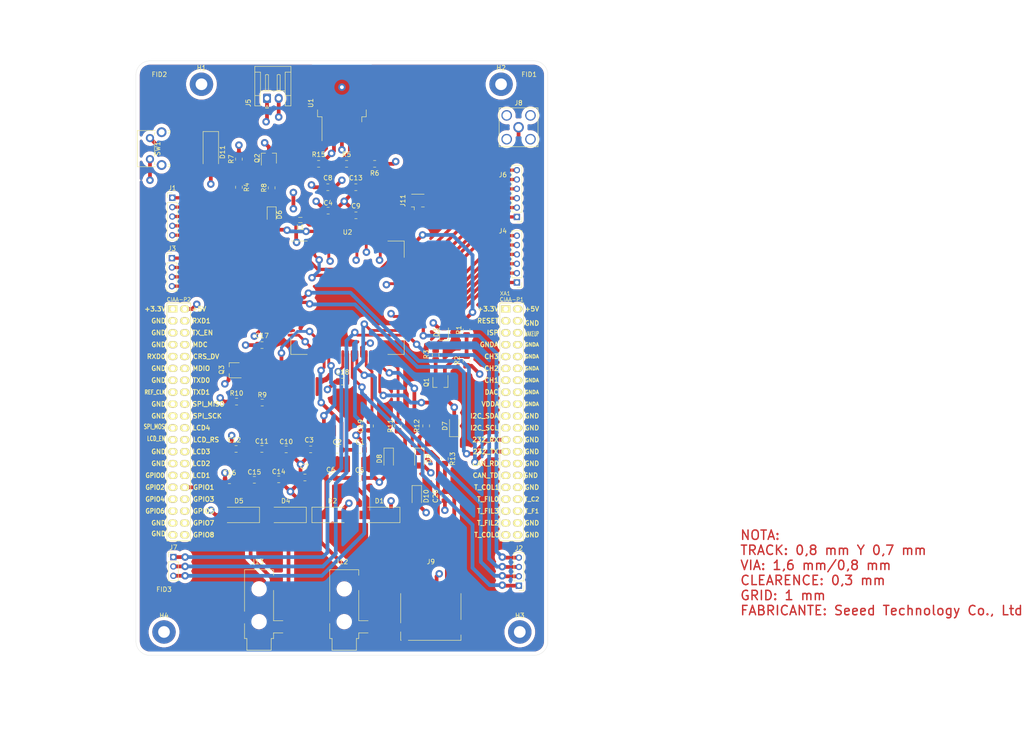
<source format=kicad_pcb>
(kicad_pcb (version 20171130) (host pcbnew 5.1.7-a382d34a8~87~ubuntu18.04.1)
  (title_block (title "Poncho Sim900_KICAD  para la EDU CIAA") (date 2020-10-11) (rev "Rev A") (company "Realizado por: Freds Amundaray") (comment 1 "Licencia BSD ( Proyecto CIAA)") (comment 2 "Revisado por: Daniel Marquez y Diego Brengi"))
  (layers (0 F.Cu signal) (1 In1.Cu_VCD power) (2 In2.Cu_GND power) (31 B.Cu signal) (34 B.Paste user hide) (35 F.Paste user hide) (36 B.SilkS user hide) (37 F.SilkS user) (38 B.Mask user hide) (39 F.Mask user hide) (44 Edge.Cuts user))
  (net 0 "")
  (net 1 GND)
  (net 2 "Net-(C13-Pad1)")
  (net 3 /RESET)
  (net 4 "Net-(C18-Pad1)")
  (net 5 /VDD)
  (net 6 "Net-(C20-Pad1)")
  (net 7 "Net-(D3-Pad1)")
  (net 8 "Net-(D6-Pad1)")
  (net 9 /DATA)
  (net 10 "Net-(D9-Pad1)")
  (net 11 "Net-(D10-Pad1)")
  (net 12 /PWRKEY)
  (net 13 "Net-(J1-Pad1)")
  (net 14 "Net-(J1-Pad2)")
  (net 15 "Net-(J1-Pad3)")
  (net 16 "Net-(J1-Pad4)")
  (net 17 /RST_EXT)
  (net 18 "Net-(J2-Pad1)")
  (net 19 "Net-(J2-Pad2)")
  (net 20 "Net-(J2-Pad3)")
  (net 21 "Net-(J2-Pad4)")
  (net 22 "Net-(J3-Pad1)")
  (net 23 "Net-(J3-Pad2)")
  (net 24 "Net-(J3-Pad3)")
  (net 25 "Net-(J3-Pad4)")
  (net 26 "Net-(J4-Pad1)")
  (net 27 "Net-(J4-Pad2)")
  (net 28 "Net-(J4-Pad3)")
  (net 29 "Net-(J4-Pad4)")
  (net 30 "Net-(J4-Pad5)")
  (net 31 "Net-(J4-Pad6)")
  (net 32 "Net-(J5-Pad1)")
  (net 33 "Net-(J6-Pad6)")
  (net 34 "Net-(J6-Pad5)")
  (net 35 "Net-(J6-Pad4)")
  (net 36 "Net-(J6-Pad3)")
  (net 37 "Net-(J6-Pad2)")
  (net 38 "Net-(J6-Pad1)")
  (net 39 "Net-(J7-Pad1)")
  (net 40 "Net-(J7-Pad2)")
  (net 41 "Net-(J7-Pad3)")
  (net 42 "Net-(J11-Pad2)")
  (net 43 "Net-(J9-Pad6)")
  (net 44 "Net-(Q1-Pad1)")
  (net 45 "Net-(Q1-Pad2)")
  (net 46 "Net-(Q2-Pad1)")
  (net 47 "Net-(Q2-Pad2)")
  (net 48 "Net-(Q3-Pad1)")
  (net 49 /NETLIGHT)
  (net 50 /STATUS)
  (net 51 "Net-(R5-Pad2)")
  (net 52 /RST)
  (net 53 /CLK)
  (net 54 "Net-(U2-Pad2)")
  (net 55 "Net-(U2-Pad6)")
  (net 56 "Net-(U2-Pad23)")
  (net 57 "Net-(U2-Pad24)")
  (net 58 "Net-(U2-Pad34)")
  (net 59 "Net-(R15-Pad2)")
  (net 60 "Net-(J1-Pad5)")
  (net 61 /TXD)
  (net 62 /RXD)
  (net 63 "Net-(XA1-Pad80)")
  (net 64 "Net-(XA1-Pad78)")
  (net 65 "Net-(XA1-Pad76)")
  (net 66 "Net-(XA1-Pad75)")
  (net 67 "Net-(XA1-Pad74)")
  (net 68 "Net-(XA1-Pad73)")
  (net 69 "Net-(XA1-Pad71)")
  (net 70 "Net-(XA1-Pad70)")
  (net 71 "Net-(XA1-Pad68)")
  (net 72 "Net-(XA1-Pad66)")
  (net 73 "Net-(XA1-Pad64)")
  (net 74 "Net-(XA1-Pad63)")
  (net 75 "Net-(XA1-Pad62)")
  (net 76 "Net-(XA1-Pad61)")
  (net 77 "Net-(XA1-Pad60)")
  (net 78 "Net-(XA1-Pad58)")
  (net 79 "Net-(XA1-Pad56)")
  (net 80 "Net-(XA1-Pad55)")
  (net 81 "Net-(XA1-Pad54)")
  (net 82 "Net-(XA1-Pad52)")
  (net 83 "Net-(XA1-Pad50)")
  (net 84 "Net-(XA1-Pad49)")
  (net 85 "Net-(XA1-Pad48)")
  (net 86 "Net-(XA1-Pad46)")
  (net 87 "Net-(XA1-Pad44)")
  (net 88 +3V3)
  (net 89 "Net-(XA1-Pad39)")
  (net 90 "Net-(XA1-Pad9)")
  (net 91 GNDA)
  (net 92 "Net-(XA1-Pad5)")
  (net 93 "Net-(XA1-Pad3)")
  (net 94 "Net-(XA1-Pad37)")
  (net 95 "Net-(XA1-Pad35)")
  (net 96 "Net-(XA1-Pad36)")
  (net 97 "Net-(XA1-Pad34)")
  (net 98 "Net-(XA1-Pad33)")
  (net 99 "Net-(XA1-Pad31)")
  (net 100 "Net-(XA1-Pad29)")
  (net 101 "Net-(XA1-Pad27)")
  (net 102 "Net-(XA1-Pad21)")
  (net 103 "Net-(XA1-Pad19)")
  (net 104 "Net-(XA1-Pad17)")
  (net 105 "Net-(XA1-Pad15)")
  (net 106 "Net-(XA1-Pad6)")
  (net 107 "Net-(XA1-Pad13)")
  (net 108 "Net-(XA1-Pad11)")
  (net 109 +5V)
  (net 110 "Net-(XA1-Pad1)")
  (net 111 "Net-(C1-Pad1)")
  (net 112 "Net-(C2-Pad1)")
  (net 113 "Net-(C10-Pad1)")
  (net 114 "Net-(C11-Pad1)")
  (net 115 "Net-(J11-Pad1)")
  (net 116 "Net-(XA1-Pad41)")
  (net 117 "Net-(XA1-Pad2)")
  (net 118 "Net-(XA1-Pad69)")
  (module Inductor_SMD:L_0805_2012Metric (layer F.Cu) (at 84.125 72 180)
    (fp_text reference L1 (at 0 -1.55) (layer F.SilkS))
    (fp_text value "270 OHM")
    (pad 2 smd roundrect (at 1.0625 0 180) (size 0.875 1.2) (layers F.Cu F.Paste F.Mask) (net 88 +3V3))
    (pad 1 smd roundrect (at -1.0625 0 180) (size 0.875 1.2) (layers F.Cu F.Paste F.Mask) (net 2 "Net-(C13-Pad1)"))
  )
  (module Poncho_Esqueleto:Conn_Poncho_Chico (layer F.Cu) (at 128 91)
    (fp_text reference XA1 (at -0.127 -3.302) (layer F.SilkS) (effects (font (size 0.8 0.8) (thickness 0.12))))
    (fp_text value Conn_Poncho2P_2x_20x2 hide)
    (fp_text user +3.3V (at -3.81 0) (layer F.SilkS) (effects (font (thickness 0.2))))
    (fp_text user CIAA-P1 (at 1.27 -2.032) (layer F.SilkS) (effects (font (size 0.8 0.8) (thickness 0.12))))
    (fp_text user CIAA-P2 (at -69.85 -2.032) (layer F.SilkS) (effects (font (size 0.8 0.8) (thickness 0.12))))
    (fp_text user RESET (at -3.81 2.54) (layer F.SilkS) (effects (font (thickness 0.2))))
    (fp_text user ISP (at -2.794 5.08) (layer F.SilkS) (effects (font (thickness 0.2))))
    (fp_text user GNDA (at -3.556 7.62) (layer F.SilkS) (effects (font (thickness 0.2))))
    (fp_text user CH3 (at -3.048 10.16) (layer F.SilkS) (effects (font (thickness 0.2))))
    (fp_text user CH2 (at -3.048 12.7) (layer F.SilkS) (effects (font (thickness 0.2))))
    (fp_text user CH1 (at -3.048 15.24) (layer F.SilkS) (effects (font (thickness 0.2))))
    (fp_text user DAC (at -3.048 17.78) (layer F.SilkS) (effects (font (thickness 0.2))))
    (fp_text user VDDA (at -3.302 20.32) (layer F.SilkS) (effects (font (thickness 0.2))))
    (fp_text user I2C_SDA (at -4.572 22.86) (layer F.SilkS) (effects (font (thickness 0.2))))
    (fp_text user I2C_SCL (at -4.572 25.4) (layer F.SilkS) (effects (font (thickness 0.2))))
    (fp_text user 232_RX (at -4.318 27.94) (layer F.SilkS) (effects (font (thickness 0.2))))
    (fp_text user 232_TX (at -4.318 30.48) (layer F.SilkS) (effects (font (thickness 0.2))))
    (fp_text user CAN_RD (at -4.318 33.02) (layer F.SilkS) (effects (font (thickness 0.2))))
    (fp_text user CAN_TD (at -4.318 35.56) (layer F.SilkS) (effects (font (thickness 0.2))))
    (fp_text user T_COL1 (at -4.064 38.1) (layer F.SilkS) (effects (font (thickness 0.2))))
    (fp_text user T_FIL0 (at -3.81 40.64) (layer F.SilkS) (effects (font (thickness 0.2))))
    (fp_text user T_FIL3 (at -3.81 43.18) (layer F.SilkS) (effects (font (thickness 0.2))))
    (fp_text user T_FIL2 (at -3.81 45.72) (layer F.SilkS) (effects (font (thickness 0.2))))
    (fp_text user T_COL0 (at -4.064 48.26) (layer F.SilkS) (effects (font (thickness 0.2))))
    (fp_text user +5V (at 5.588 0) (layer F.SilkS) (effects (font (thickness 0.2))))
    (fp_text user GND (at 5.588 3.048) (layer F.SilkS) (effects (font (thickness 0.2))))
    (fp_text user WAKEUP (at 5.588 5.334) (layer F.SilkS) (effects (font (size 1 0.5) (thickness 0.125))))
    (fp_text user GNDA (at 5.588 7.62) (layer F.SilkS) (effects (font (size 0.76 0.76) (thickness 0.19))))
    (fp_text user GNDA (at 5.588 10.16) (layer F.SilkS) (effects (font (size 0.76 0.76) (thickness 0.19))))
    (fp_text user GNDA (at 5.588 12.7) (layer F.SilkS) (effects (font (size 0.76 0.76) (thickness 0.19))))
    (fp_text user GNDA (at 5.588 15.24) (layer F.SilkS) (effects (font (size 0.76 0.76) (thickness 0.19))))
    (fp_text user GNDA (at 5.588 17.78) (layer F.SilkS) (effects (font (size 0.76 0.76) (thickness 0.19))))
    (fp_text user GNDA (at 5.588 20.32) (layer F.SilkS) (effects (font (size 0.76 0.76) (thickness 0.19))))
    (fp_text user GND (at 5.588 22.86) (layer F.SilkS) (effects (font (thickness 0.2))))
    (fp_text user GND (at 5.588 25.4) (layer F.SilkS) (effects (font (thickness 0.2))))
    (fp_text user GND (at 5.588 27.94) (layer F.SilkS) (effects (font (thickness 0.2))))
    (fp_text user GND (at 5.588 30.48) (layer F.SilkS) (effects (font (thickness 0.2))))
    (fp_text user GND (at 5.588 33.02) (layer F.SilkS) (effects (font (thickness 0.2))))
    (fp_text user GND (at 5.334 35.56) (layer F.SilkS) (effects (font (thickness 0.2))))
    (fp_text user GND (at 5.588 38.1) (layer F.SilkS) (effects (font (thickness 0.2))))
    (fp_text user T_C2 (at 5.588 40.64) (layer F.SilkS) (effects (font (size 0.9 0.9) (thickness 0.18))))
    (fp_text user T_F1 (at 5.588 43.18) (layer F.SilkS) (effects (font (size 0.9 0.9) (thickness 0.18))))
    (fp_text user GND (at 5.588 45.72) (layer F.SilkS) (effects (font (thickness 0.2))))
    (fp_text user GND (at 5.588 48.26) (layer F.SilkS) (effects (font (thickness 0.2))))
    (fp_text user +3.3V (at -74.93 0) (layer F.SilkS) (effects (font (thickness 0.2))))
    (fp_text user GND (at -74.168 2.54) (layer F.SilkS) (effects (font (thickness 0.2))))
    (fp_text user GND (at -74.168 5.08) (layer F.SilkS) (effects (font (thickness 0.2))))
    (fp_text user RXD0 (at -74.676 10.16) (layer F.SilkS) (effects (font (thickness 0.2))))
    (fp_text user GND (at -74.168 7.62) (layer F.SilkS) (effects (font (thickness 0.2))))
    (fp_text user GND (at -74.168 12.7) (layer F.SilkS) (effects (font (thickness 0.2))))
    (fp_text user GND (at -74.168 15.24) (layer F.SilkS) (effects (font (thickness 0.2))))
    (fp_text user REF_CLK (at -74.93 17.78) (layer F.SilkS) (effects (font (size 0.9 0.7) (thickness 0.175))))
    (fp_text user GND (at -74.168 20.32) (layer F.SilkS) (effects (font (thickness 0.2))))
    (fp_text user GND (at -74.168 22.86) (layer F.SilkS) (effects (font (thickness 0.2))))
    (fp_text user SPI_MOSI (at -74.93 25.146) (layer F.SilkS) (effects (font (size 1 0.7) (thickness 0.17))))
    (fp_text user LCD_EN (at -74.676 27.686) (layer F.SilkS) (effects (font (size 1 0.7) (thickness 0.17))))
    (fp_text user GND (at -74.168 30.48) (layer F.SilkS) (effects (font (thickness 0.2))))
    (fp_text user GND (at -74.168 33.02) (layer F.SilkS) (effects (font (thickness 0.2))))
    (fp_text user GPIO0 (at -74.93 35.56) (layer F.SilkS) (effects (font (size 1 0.9) (thickness 0.2))))
    (fp_text user GPIO2 (at -74.93 38.1) (layer F.SilkS) (effects (font (size 1 0.9) (thickness 0.2))))
    (fp_text user GPIO4 (at -74.93 40.64) (layer F.SilkS) (effects (font (size 1 0.9) (thickness 0.2))))
    (fp_text user GPIO6 (at -74.93 43.18) (layer F.SilkS) (effects (font (size 1 0.9) (thickness 0.2))))
    (fp_text user GND (at -74.168 45.72) (layer F.SilkS) (effects (font (thickness 0.2))))
    (fp_text user GND (at -74.168 48.006) (layer F.SilkS) (effects (font (thickness 0.2))))
    (fp_text user +5V (at -65.532 0) (layer F.SilkS) (effects (font (thickness 0.2))))
    (fp_text user RXD1 (at -65.024 2.54) (layer F.SilkS) (effects (font (thickness 0.2))))
    (fp_text user TX_EN (at -64.77 5.08) (layer F.SilkS) (effects (font (thickness 0.2))))
    (fp_text user MDC (at -65.278 7.62) (layer F.SilkS) (effects (font (thickness 0.2))))
    (fp_text user CRS_DV (at -64.008 10.16) (layer F.SilkS) (effects (font (thickness 0.2))))
    (fp_text user MDIO (at -65.024 12.7) (layer F.SilkS) (effects (font (thickness 0.2))))
    (fp_text user TXD0 (at -65.024 15.24) (layer F.SilkS) (effects (font (thickness 0.2))))
    (fp_text user TXD1 (at -65.024 17.78) (layer F.SilkS) (effects (font (thickness 0.2))))
    (fp_text user SPI_MISO (at -63.5 20.32) (layer F.SilkS) (effects (font (thickness 0.2))))
    (fp_text user SPI_SCK (at -63.754 22.86) (layer F.SilkS) (effects (font (thickness 0.2))))
    (fp_text user LCD4 (at -65.024 25.4) (layer F.SilkS) (effects (font (thickness 0.2))))
    (fp_text user LCD_RS (at -64.008 27.94) (layer F.SilkS) (effects (font (thickness 0.2))))
    (fp_text user LCD3 (at -65.024 30.48) (layer F.SilkS) (effects (font (thickness 0.2))))
    (fp_text user LCD2 (at -65.024 33.02) (layer F.SilkS) (effects (font (thickness 0.2))))
    (fp_text user LCD1 (at -65.024 35.56) (layer F.SilkS) (effects (font (thickness 0.2))))
    (fp_text user GPIO1 (at -64.516 38.1) (layer F.SilkS) (effects (font (thickness 0.2))))
    (fp_text user GPIO3 (at -64.516 40.64) (layer F.SilkS) (effects (font (thickness 0.2))))
    (fp_text user GPIO5 (at -64.516 43.18) (layer F.SilkS) (effects (font (thickness 0.2))))
    (fp_text user GPIO7 (at -64.516 45.72) (layer F.SilkS) (effects (font (thickness 0.2))))
    (fp_text user GPIO8 (at -64.516 48.26) (layer F.SilkS) (effects (font (thickness 0.2))))
    (pad 80 thru_hole oval (at -68.58 48.26 270) (size 1.524 2) (drill 1.016) (layers *.Cu *.Mask F.SilkS) (net 63 "Net-(XA1-Pad80)"))
    (pad 79 thru_hole oval (at -71.12 48.26 270) (size 1.524 2) (drill 1.016) (layers *.Cu *.Mask F.SilkS) (net 1 GND))
    (pad 78 thru_hole oval (at -68.58 45.72 270) (size 1.524 2) (drill 1.016) (layers *.Cu *.Mask F.SilkS) (net 64 "Net-(XA1-Pad78)"))
    (pad 77 thru_hole oval (at -71.12 45.72 270) (size 1.524 2) (drill 1.016) (layers *.Cu *.Mask F.SilkS) (net 1 GND))
    (pad 76 thru_hole oval (at -68.58 43.18 270) (size 1.524 2) (drill 1.016) (layers *.Cu *.Mask F.SilkS) (net 65 "Net-(XA1-Pad76)"))
    (pad 75 thru_hole oval (at -71.12 43.18 270) (size 1.524 2) (drill 1.016) (layers *.Cu *.Mask F.SilkS) (net 66 "Net-(XA1-Pad75)"))
    (pad 74 thru_hole oval (at -68.58 40.64 270) (size 1.524 2) (drill 1.016) (layers *.Cu *.Mask F.SilkS) (net 67 "Net-(XA1-Pad74)"))
    (pad 73 thru_hole oval (at -71.12 40.64 270) (size 1.524 2) (drill 1.016) (layers *.Cu *.Mask F.SilkS) (net 68 "Net-(XA1-Pad73)"))
    (pad 72 thru_hole oval (at -68.58 38.1 270) (size 1.524 2) (drill 1.016) (layers *.Cu *.Mask F.SilkS) (net 17 /RST_EXT))
    (pad 71 thru_hole oval (at -71.12 38.1 270) (size 1.524 2) (drill 1.016) (layers *.Cu *.Mask F.SilkS) (net 69 "Net-(XA1-Pad71)"))
    (pad 70 thru_hole oval (at -68.58 35.56 270) (size 1.524 2) (drill 1.016) (layers *.Cu *.Mask F.SilkS) (net 70 "Net-(XA1-Pad70)"))
    (pad 69 thru_hole oval (at -71.12 35.56 270) (size 1.524 2) (drill 1.016) (layers *.Cu *.Mask F.SilkS) (net 118 "Net-(XA1-Pad69)"))
    (pad 68 thru_hole oval (at -68.58 33.02 270) (size 1.524 2) (drill 1.016) (layers *.Cu *.Mask F.SilkS) (net 71 "Net-(XA1-Pad68)"))
    (pad 67 thru_hole oval (at -71.12 33.02 270) (size 1.524 2) (drill 1.016) (layers *.Cu *.Mask F.SilkS) (net 1 GND))
    (pad 66 thru_hole oval (at -68.58 30.48 270) (size 1.524 2) (drill 1.016) (layers *.Cu *.Mask F.SilkS) (net 72 "Net-(XA1-Pad66)"))
    (pad 65 thru_hole oval (at -71.12 30.48 270) (size 1.524 2) (drill 1.016) (layers *.Cu *.Mask F.SilkS) (net 1 GND))
    (pad 64 thru_hole oval (at -68.58 27.94 270) (size 1.524 2) (drill 1.016) (layers *.Cu *.Mask F.SilkS) (net 73 "Net-(XA1-Pad64)"))
    (pad 63 thru_hole oval (at -71.12 27.94 270) (size 1.524 2) (drill 1.016) (layers *.Cu *.Mask F.SilkS) (net 74 "Net-(XA1-Pad63)"))
    (pad 62 thru_hole oval (at -68.58 25.4 270) (size 1.524 2) (drill 1.016) (layers *.Cu *.Mask F.SilkS) (net 75 "Net-(XA1-Pad62)"))
    (pad 61 thru_hole oval (at -71.12 25.4 270) (size 1.524 2) (drill 1.016) (layers *.Cu *.Mask F.SilkS) (net 76 "Net-(XA1-Pad61)"))
    (pad 60 thru_hole oval (at -68.58 22.86 270) (size 1.524 2) (drill 1.016) (layers *.Cu *.Mask F.SilkS) (net 77 "Net-(XA1-Pad60)"))
    (pad 59 thru_hole oval (at -71.12 22.86 270) (size 1.524 2) (drill 1.016) (layers *.Cu *.Mask F.SilkS) (net 1 GND))
    (pad 58 thru_hole oval (at -68.58 20.32 270) (size 1.524 2) (drill 1.016) (layers *.Cu *.Mask F.SilkS) (net 78 "Net-(XA1-Pad58)"))
    (pad 57 thru_hole oval (at -71.12 20.32 270) (size 1.524 2) (drill 1.016) (layers *.Cu *.Mask F.SilkS) (net 1 GND))
    (pad 56 thru_hole oval (at -68.58 17.78 270) (size 1.524 2) (drill 1.016) (layers *.Cu *.Mask F.SilkS) (net 79 "Net-(XA1-Pad56)"))
    (pad 55 thru_hole oval (at -71.12 17.78 270) (size 1.524 2) (drill 1.016) (layers *.Cu *.Mask F.SilkS) (net 80 "Net-(XA1-Pad55)"))
    (pad 54 thru_hole oval (at -68.58 15.24 270) (size 1.524 2) (drill 1.016) (layers *.Cu *.Mask F.SilkS) (net 81 "Net-(XA1-Pad54)"))
    (pad 53 thru_hole oval (at -71.12 15.24 270) (size 1.524 2) (drill 1.016) (layers *.Cu *.Mask F.SilkS) (net 1 GND))
    (pad 52 thru_hole oval (at -68.58 12.7 270) (size 1.524 2) (drill 1.016) (layers *.Cu *.Mask F.SilkS) (net 82 "Net-(XA1-Pad52)"))
    (pad 51 thru_hole oval (at -71.12 12.7 270) (size 1.524 2) (drill 1.016) (layers *.Cu *.Mask F.SilkS) (net 1 GND))
    (pad 50 thru_hole oval (at -68.58 10.16 270) (size 1.524 2) (drill 1.016) (layers *.Cu *.Mask F.SilkS) (net 83 "Net-(XA1-Pad50)"))
    (pad 49 thru_hole oval (at -71.12 10.16 270) (size 1.524 2) (drill 1.016) (layers *.Cu *.Mask F.SilkS) (net 84 "Net-(XA1-Pad49)"))
    (pad 48 thru_hole oval (at -68.58 7.62 270) (size 1.524 2) (drill 1.016) (layers *.Cu *.Mask F.SilkS) (net 85 "Net-(XA1-Pad48)"))
    (pad 47 thru_hole oval (at -71.12 7.62 270) (size 1.524 2) (drill 1.016) (layers *.Cu *.Mask F.SilkS) (net 1 GND))
    (pad 46 thru_hole oval (at -68.58 5.08 270) (size 1.524 2) (drill 1.016) (layers *.Cu *.Mask F.SilkS) (net 86 "Net-(XA1-Pad46)"))
    (pad 45 thru_hole oval (at -71.12 5.08 270) (size 1.524 2) (drill 1.016) (layers *.Cu *.Mask F.SilkS) (net 1 GND))
    (pad 44 thru_hole oval (at -68.58 2.54 270) (size 1.524 2) (drill 1.016) (layers *.Cu *.Mask F.SilkS) (net 87 "Net-(XA1-Pad44)"))
    (pad 43 thru_hole oval (at -71.12 2.54 270) (size 1.524 2) (drill 1.016) (layers *.Cu *.Mask F.SilkS) (net 1 GND))
    (pad 42 thru_hole oval (at -68.58 0 270) (size 1.524 2) (drill 1.016) (layers *.Cu *.Mask F.SilkS) (net 109 +5V))
    (pad 41 thru_hole rect (at -71.12 0 270) (size 1.524 2) (drill 1.016) (layers *.Cu *.Mask F.SilkS) (net 116 "Net-(XA1-Pad41)"))
    (pad 30 thru_hole oval (at 2.54 35.56 270) (size 1.524 2) (drill 1.016) (layers *.Cu *.Mask F.SilkS) (net 1 GND))
    (pad 40 thru_hole oval (at 2.54 48.26 270) (size 1.524 2) (drill 1.016) (layers *.Cu *.Mask F.SilkS) (net 1 GND))
    (pad 39 thru_hole oval (at 0 48.26 270) (size 1.524 2) (drill 1.016) (layers *.Cu *.Mask F.SilkS) (net 89 "Net-(XA1-Pad39)"))
    (pad 9 thru_hole oval (at 0 10.16 270) (size 1.524 2) (drill 1.016) (layers *.Cu *.Mask F.SilkS) (net 90 "Net-(XA1-Pad9)"))
    (pad 7 thru_hole oval (at 0 7.62 270) (size 1.524 2) (drill 1.016) (layers *.Cu *.Mask F.SilkS) (net 91 GNDA))
    (pad 5 thru_hole oval (at 0 5.08 270) (size 1.524 2) (drill 1.016) (layers *.Cu *.Mask F.SilkS) (net 92 "Net-(XA1-Pad5)"))
    (pad 3 thru_hole oval (at 0 2.54 270) (size 1.524 2) (drill 1.016) (layers *.Cu *.Mask F.SilkS) (net 93 "Net-(XA1-Pad3)"))
    (pad 37 thru_hole oval (at 0 45.72 270) (size 1.524 2) (drill 1.016) (layers *.Cu *.Mask F.SilkS) (net 94 "Net-(XA1-Pad37)"))
    (pad 35 thru_hole oval (at 0 43.18 270) (size 1.524 2) (drill 1.016) (layers *.Cu *.Mask F.SilkS) (net 95 "Net-(XA1-Pad35)"))
    (pad 38 thru_hole oval (at 2.54 45.72 270) (size 1.524 2) (drill 1.016) (layers *.Cu *.Mask F.SilkS) (net 1 GND))
    (pad 36 thru_hole oval (at 2.54 43.18 270) (size 1.524 2) (drill 1.016) (layers *.Cu *.Mask F.SilkS) (net 96 "Net-(XA1-Pad36)"))
    (pad 34 thru_hole oval (at 2.54 40.64 270) (size 1.524 2) (drill 1.016) (layers *.Cu *.Mask F.SilkS) (net 97 "Net-(XA1-Pad34)"))
    (pad 32 thru_hole oval (at 2.54 38.1 270) (size 1.524 2) (drill 1.016) (layers *.Cu *.Mask F.SilkS) (net 1 GND))
    (pad 28 thru_hole oval (at 2.54 33.02 270) (size 1.524 2) (drill 1.016) (layers *.Cu *.Mask F.SilkS) (net 1 GND))
    (pad 33 thru_hole oval (at 0 40.64 270) (size 1.524 2) (drill 1.016) (layers *.Cu *.Mask F.SilkS) (net 98 "Net-(XA1-Pad33)"))
    (pad 26 thru_hole oval (at 2.54 30.48 270) (size 1.524 2) (drill 1.016) (layers *.Cu *.Mask F.SilkS) (net 1 GND))
    (pad 24 thru_hole oval (at 2.54 27.94 270) (size 1.524 2) (drill 1.016) (layers *.Cu *.Mask F.SilkS) (net 1 GND))
    (pad 31 thru_hole oval (at 0 38.1 270) (size 1.524 2) (drill 1.016) (layers *.Cu *.Mask F.SilkS) (net 99 "Net-(XA1-Pad31)"))
    (pad 22 thru_hole oval (at 2.54 25.4 270) (size 1.524 2) (drill 1.016) (layers *.Cu *.Mask F.SilkS) (net 1 GND))
    (pad 29 thru_hole oval (at 0 35.56 270) (size 1.524 2) (drill 1.016) (layers *.Cu *.Mask F.SilkS) (net 100 "Net-(XA1-Pad29)"))
    (pad 20 thru_hole oval (at 2.54 22.86 270) (size 1.524 2) (drill 1.016) (layers *.Cu *.Mask F.SilkS) (net 1 GND))
    (pad 27 thru_hole oval (at 0 33.02 270) (size 1.524 2) (drill 1.016) (layers *.Cu *.Mask F.SilkS) (net 101 "Net-(XA1-Pad27)"))
    (pad 18 thru_hole oval (at 2.54 20.32 270) (size 1.524 2) (drill 1.016) (layers *.Cu *.Mask F.SilkS) (net 91 GNDA))
    (pad 25 thru_hole oval (at 0 30.48 270) (size 1.524 2) (drill 1.016) (layers *.Cu *.Mask F.SilkS) (net 62 /RXD))
    (pad 16 thru_hole oval (at 2.54 17.78 270) (size 1.524 2) (drill 1.016) (layers *.Cu *.Mask F.SilkS) (net 91 GNDA))
    (pad 23 thru_hole oval (at 0 27.94 270) (size 1.524 2) (drill 1.016) (layers *.Cu *.Mask F.SilkS) (net 61 /TXD))
    (pad 14 thru_hole oval (at 2.54 15.24 270) (size 1.524 2) (drill 1.016) (layers *.Cu *.Mask F.SilkS) (net 91 GNDA))
    (pad 21 thru_hole oval (at 0 25.4 270) (size 1.524 2) (drill 1.016) (layers *.Cu *.Mask F.SilkS) (net 102 "Net-(XA1-Pad21)"))
    (pad 12 thru_hole oval (at 2.54 12.7 270) (size 1.524 2) (drill 1.016) (layers *.Cu *.Mask F.SilkS) (net 91 GNDA))
    (pad 19 thru_hole oval (at 0 22.86 270) (size 1.524 2) (drill 1.016) (layers *.Cu *.Mask F.SilkS) (net 103 "Net-(XA1-Pad19)"))
    (pad 10 thru_hole oval (at 2.54 10.16 270) (size 1.524 2) (drill 1.016) (layers *.Cu *.Mask F.SilkS) (net 91 GNDA))
    (pad 17 thru_hole oval (at 0 20.32 270) (size 1.524 2) (drill 1.016) (layers *.Cu *.Mask F.SilkS) (net 104 "Net-(XA1-Pad17)"))
    (pad 8 thru_hole oval (at 2.54 7.62 270) (size 1.524 2) (drill 1.016) (layers *.Cu *.Mask F.SilkS) (net 91 GNDA))
    (pad 15 thru_hole oval (at 0 17.78 270) (size 1.524 2) (drill 1.016) (layers *.Cu *.Mask F.SilkS) (net 105 "Net-(XA1-Pad15)"))
    (pad 6 thru_hole oval (at 2.54 5.08 270) (size 1.524 2) (drill 1.016) (layers *.Cu *.Mask F.SilkS) (net 106 "Net-(XA1-Pad6)"))
    (pad 13 thru_hole oval (at 0 15.24 270) (size 1.524 2) (drill 1.016) (layers *.Cu *.Mask F.SilkS) (net 107 "Net-(XA1-Pad13)"))
    (pad 4 thru_hole oval (at 2.54 2.54 270) (size 1.524 2) (drill 1.016) (layers *.Cu *.Mask F.SilkS) (net 1 GND))
    (pad 11 thru_hole oval (at 0 12.7 270) (size 1.524 2) (drill 1.016) (layers *.Cu *.Mask F.SilkS) (net 108 "Net-(XA1-Pad11)"))
    (pad 2 thru_hole oval (at 2.54 0 270) (size 1.524 2) (drill 1.016) (layers *.Cu *.Mask F.SilkS) (net 117 "Net-(XA1-Pad2)"))
    (pad 1 thru_hole rect (at 0 0 270) (size 1.524 2) (drill 1.016) (layers *.Cu *.Mask F.SilkS) (net 110 "Net-(XA1-Pad1)"))
  )
  (module RF_GSM:SIMCom_SIM900 (layer F.Cu) (at 94.2 88.6)
    (fp_text reference U2 (at 0 -14) (layer F.SilkS))
    (fp_text value SIM900)
    (pad 1 smd oval (at -12 -8) (size 1.6 0.6) (layers F.Cu F.Paste F.Mask) (net 12 /PWRKEY))
    (pad 2 smd oval (at -12 -7) (size 1.6 0.6) (layers F.Cu F.Paste F.Mask) (net 54 "Net-(U2-Pad2)"))
    (pad 3 smd oval (at -12 -6) (size 1.6 0.6) (layers F.Cu F.Paste F.Mask) (net 13 "Net-(J1-Pad1)"))
    (pad 4 smd oval (at -12 -5) (size 1.6 0.6) (layers F.Cu F.Paste F.Mask) (net 14 "Net-(J1-Pad2)"))
    (pad 5 smd oval (at -12 -4) (size 1.6 0.6) (layers F.Cu F.Paste F.Mask) (net 15 "Net-(J1-Pad3)"))
    (pad 6 smd oval (at -12 -3) (size 1.6 0.6) (layers F.Cu F.Paste F.Mask) (net 55 "Net-(U2-Pad6)"))
    (pad 7 smd oval (at -12 -2) (size 1.6 0.6) (layers F.Cu F.Paste F.Mask) (net 16 "Net-(J1-Pad4)"))
    (pad 8 smd oval (at -12 -1) (size 1.6 0.6) (layers F.Cu F.Paste F.Mask) (net 60 "Net-(J1-Pad5)"))
    (pad 9 smd oval (at -12 0) (size 1.6 0.6) (layers F.Cu F.Paste F.Mask) (net 62 /RXD))
    (pad 10 smd oval (at -12 1) (size 1.6 0.6) (layers F.Cu F.Paste F.Mask) (net 61 /TXD))
    (pad 11 smd oval (at -12 2) (size 1.6 0.6) (layers F.Cu F.Paste F.Mask) (net 22 "Net-(J3-Pad1)"))
    (pad 12 smd oval (at -12 3) (size 1.6 0.6) (layers F.Cu F.Paste F.Mask) (net 23 "Net-(J3-Pad2)"))
    (pad 13 smd oval (at -12 4) (size 1.6 0.6) (layers F.Cu F.Paste F.Mask) (net 24 "Net-(J3-Pad3)"))
    (pad 14 smd oval (at -12 5) (size 1.6 0.6) (layers F.Cu F.Paste F.Mask) (net 25 "Net-(J3-Pad4)"))
    (pad 15 smd oval (at -12 6) (size 1.6 0.6) (layers F.Cu F.Paste F.Mask) (net 32 "Net-(J5-Pad1)"))
    (pad 16 smd oval (at -12 7) (size 1.6 0.6) (layers F.Cu F.Paste F.Mask) (net 3 /RESET))
    (pad 17 smd oval (at -12 8) (size 1.6 0.6) (layers F.Cu F.Paste F.Mask) (net 1 GND))
    (pad 18 smd oval (at -8 12) (size 0.6 1.6) (layers F.Cu F.Paste F.Mask) (net 1 GND))
    (pad 19 smd oval (at -7 12) (size 0.6 1.6) (layers F.Cu F.Paste F.Mask) (net 113 "Net-(C10-Pad1)"))
    (pad 20 smd oval (at -6 12) (size 0.6 1.6) (layers F.Cu F.Paste F.Mask) (net 114 "Net-(C11-Pad1)"))
    (pad 21 smd oval (at -5 12) (size 0.6 1.6) (layers F.Cu F.Paste F.Mask) (net 111 "Net-(C1-Pad1)"))
    (pad 22 smd oval (at -4 12) (size 0.6 1.6) (layers F.Cu F.Paste F.Mask) (net 112 "Net-(C2-Pad1)"))
    (pad 23 smd oval (at -3 12) (size 0.6 1.6) (layers F.Cu F.Paste F.Mask) (net 56 "Net-(U2-Pad23)"))
    (pad 24 smd oval (at -2 12) (size 0.6 1.6) (layers F.Cu F.Paste F.Mask) (net 57 "Net-(U2-Pad24)"))
    (pad 25 smd oval (at -1 12) (size 0.6 1.6) (layers F.Cu F.Paste F.Mask) (net 39 "Net-(J7-Pad1)"))
    (pad 26 smd oval (at 0 12) (size 0.6 1.6) (layers F.Cu F.Paste F.Mask) (net 4 "Net-(C18-Pad1)"))
    (pad 27 smd oval (at 1 12) (size 0.6 1.6) (layers F.Cu F.Paste F.Mask) (net 18 "Net-(J2-Pad1)"))
    (pad 28 smd oval (at 2 12) (size 0.6 1.6) (layers F.Cu F.Paste F.Mask) (net 19 "Net-(J2-Pad2)"))
    (pad 29 smd oval (at 3 12) (size 0.6 1.6) (layers F.Cu F.Paste F.Mask) (net 1 GND))
    (pad 30 smd oval (at 4 12) (size 0.6 1.6) (layers F.Cu F.Paste F.Mask) (net 5 /VDD))
    (pad 31 smd oval (at 5 12) (size 0.6 1.6) (layers F.Cu F.Paste F.Mask) (net 9 /DATA))
    (pad 32 smd oval (at 6 12) (size 0.6 1.6) (layers F.Cu F.Paste F.Mask) (net 53 /CLK))
    (pad 33 smd oval (at 7 12) (size 0.6 1.6) (layers F.Cu F.Paste F.Mask) (net 52 /RST))
    (pad 34 smd oval (at 8 12) (size 0.6 1.6) (layers F.Cu F.Paste F.Mask) (net 58 "Net-(U2-Pad34)"))
    (pad 35 smd oval (at 12 8) (size 1.6 0.6) (layers F.Cu F.Paste F.Mask) (net 40 "Net-(J7-Pad2)"))
    (pad 36 smd oval (at 12 7) (size 1.6 0.6) (layers F.Cu F.Paste F.Mask) (net 41 "Net-(J7-Pad3)"))
    (pad 37 smd oval (at 12 6) (size 1.6 0.6) (layers F.Cu F.Paste F.Mask) (net 20 "Net-(J2-Pad3)"))
    (pad 38 smd oval (at 12 5) (size 1.6 0.6) (layers F.Cu F.Paste F.Mask) (net 21 "Net-(J2-Pad4)"))
    (pad 39 smd oval (at 12 4) (size 1.6 0.6) (layers F.Cu F.Paste F.Mask) (net 1 GND))
    (pad 40 smd oval (at 12 3) (size 1.6 0.6) (layers F.Cu F.Paste F.Mask) (net 26 "Net-(J4-Pad1)"))
    (pad 41 smd oval (at 12 2) (size 1.6 0.6) (layers F.Cu F.Paste F.Mask) (net 27 "Net-(J4-Pad2)"))
    (pad 42 smd oval (at 12 1) (size 1.6 0.6) (layers F.Cu F.Paste F.Mask) (net 28 "Net-(J4-Pad3)"))
    (pad 43 smd oval (at 12 0) (size 1.6 0.6) (layers F.Cu F.Paste F.Mask) (net 29 "Net-(J4-Pad4)"))
    (pad 44 smd oval (at 12 -1) (size 1.6 0.6) (layers F.Cu F.Paste F.Mask) (net 30 "Net-(J4-Pad5)"))
    (pad 45 smd oval (at 12 -2) (size 1.6 0.6) (layers F.Cu F.Paste F.Mask) (net 1 GND))
    (pad 46 smd oval (at 12 -3) (size 1.6 0.6) (layers F.Cu F.Paste F.Mask) (net 1 GND))
    (pad 47 smd oval (at 12 -4) (size 1.6 0.6) (layers F.Cu F.Paste F.Mask) (net 31 "Net-(J4-Pad6)"))
    (pad 48 smd oval (at 12 -5) (size 1.6 0.6) (layers F.Cu F.Paste F.Mask) (net 38 "Net-(J6-Pad1)"))
    (pad 49 smd oval (at 12 -6) (size 1.6 0.6) (layers F.Cu F.Paste F.Mask) (net 37 "Net-(J6-Pad2)"))
    (pad 50 smd oval (at 12 -7) (size 1.6 0.6) (layers F.Cu F.Paste F.Mask) (net 36 "Net-(J6-Pad3)"))
    (pad 51 smd oval (at 12 -8) (size 1.6 0.6) (layers F.Cu F.Paste F.Mask) (net 35 "Net-(J6-Pad4)"))
    (pad 52 smd oval (at 8 -12) (size 0.6 1.6) (layers F.Cu F.Paste F.Mask) (net 49 /NETLIGHT))
    (pad 53 smd oval (at 7 -12) (size 0.6 1.6) (layers F.Cu F.Paste F.Mask) (net 1 GND))
    (pad 54 smd oval (at 6 -12) (size 0.6 1.6) (layers F.Cu F.Paste F.Mask) (net 1 GND))
    (pad 55 smd oval (at 5 -12) (size 0.6 1.6) (layers F.Cu F.Paste F.Mask) (net 88 +3V3))
    (pad 56 smd oval (at 4 -12) (size 0.6 1.6) (layers F.Cu F.Paste F.Mask) (net 88 +3V3))
    (pad 57 smd oval (at 3 -12) (size 0.6 1.6) (layers F.Cu F.Paste F.Mask) (net 88 +3V3))
    (pad 58 smd oval (at 2 -12) (size 0.6 1.6) (layers F.Cu F.Paste F.Mask) (net 1 GND))
    (pad 59 smd oval (at 1 -12) (size 0.6 1.6) (layers F.Cu F.Paste F.Mask) (net 1 GND))
    (pad 60 smd oval (at 0 -12) (size 0.6 1.6) (layers F.Cu F.Paste F.Mask) (net 115 "Net-(J11-Pad1)"))
    (pad 61 smd oval (at -1 -12) (size 0.6 1.6) (layers F.Cu F.Paste F.Mask) (net 1 GND))
    (pad 62 smd oval (at -2 -12) (size 0.6 1.6) (layers F.Cu F.Paste F.Mask) (net 1 GND))
    (pad 63 smd oval (at -3 -12) (size 0.6 1.6) (layers F.Cu F.Paste F.Mask) (net 1 GND))
    (pad 64 smd oval (at -4 -12) (size 0.6 1.6) (layers F.Cu F.Paste F.Mask) (net 1 GND))
    (pad 65 smd oval (at -5 -12) (size 0.6 1.6) (layers F.Cu F.Paste F.Mask) (net 1 GND))
    (pad 66 smd oval (at -6 -12) (size 0.6 1.6) (layers F.Cu F.Paste F.Mask) (net 50 /STATUS))
    (pad 67 smd oval (at -7 -12) (size 0.6 1.6) (layers F.Cu F.Paste F.Mask) (net 34 "Net-(J6-Pad5)"))
    (pad 68 smd oval (at -8 -12) (size 0.6 1.6) (layers F.Cu F.Paste F.Mask) (net 33 "Net-(J6-Pad6)"))
  )
  (module Fiducial:Fiducial_0.75mm_Mask2.25mm (layer F.Cu) (at 55 153)
    (fp_text reference FID3 (at 0 -2.0955) (layer F.SilkS))
    (fp_text value Fiducial)
    (pad "" smd circle (at 0 0) (size 0.75 0.75) (layers F.Cu F.Mask) (clearance 0.75))
  )
  (module Fiducial:Fiducial_0.75mm_Mask2.25mm (layer F.Cu) (at 54 43)
    (fp_text reference FID2 (at 0 -2.0955) (layer F.SilkS))
    (fp_text value Fiducial)
    (pad "" smd circle (at 0 0) (size 0.75 0.75) (layers F.Cu F.Mask) (clearance 0.75))
  )
  (module Capacitor_SMD:C_0805_2012Metric (layer F.Cu) (at 115 131 270)
    (fp_text reference C20 (at 0 2 90) (layer F.SilkS))
    (fp_text value 22pF)
    (pad 2 smd roundrect (at 0.9375 0 270) (size 0.975 1.4) (layers F.Cu F.Paste F.Mask) (net 1 GND))
    (pad 1 smd roundrect (at -0.9375 0 270) (size 0.975 1.4) (layers F.Cu F.Paste F.Mask) (net 6 "Net-(C20-Pad1)"))
  )
  (module Capacitor_SMD:C_0805_2012Metric (layer F.Cu) (at 99 116 270)
    (fp_text reference C19 (at 0 2 90) (layer F.SilkS))
    (fp_text value 100nF)
    (pad 2 smd roundrect (at 0.9375 0 270) (size 0.975 1.4) (layers F.Cu F.Paste F.Mask) (net 1 GND))
    (pad 1 smd roundrect (at -0.9375 0 270) (size 0.975 1.4) (layers F.Cu F.Paste F.Mask) (net 5 /VDD))
  )
  (module Capacitor_SMD:C_0805_2012Metric (layer F.Cu) (at 93.128 106.508 180)
    (fp_text reference C18 (at 0 2) (layer F.SilkS))
    (fp_text value 100nF)
    (pad 2 smd roundrect (at 0.9375 0 180) (size 0.975 1.4) (layers F.Cu F.Paste F.Mask) (net 1 GND))
    (pad 1 smd roundrect (at -0.9375 0 180) (size 0.975 1.4) (layers F.Cu F.Paste F.Mask) (net 4 "Net-(C18-Pad1)"))
  )
  (module Capacitor_SMD:C_0805_2012Metric (layer F.Cu) (at 75.93 98.72 180)
    (fp_text reference C17 (at 0 2) (layer F.SilkS))
    (fp_text value 33pF)
    (pad 2 smd roundrect (at 0.9375 0 180) (size 0.975 1.4) (layers F.Cu F.Paste F.Mask) (net 1 GND))
    (pad 1 smd roundrect (at -0.9375 0 180) (size 0.975 1.4) (layers F.Cu F.Paste F.Mask) (net 3 /RESET))
  )
  (module Capacitor_SMD:C_0805_2012Metric (layer F.Cu) (at 68.975 127.6 180)
    (fp_text reference C16 (at 0 1.6) (layer F.SilkS))
    (fp_text value 33pF)
    (pad 2 smd roundrect (at 0.9375 0 180) (size 0.975 1.4) (layers F.Cu F.Paste F.Mask) (net 1 GND))
    (pad 1 smd roundrect (at -0.9375 0 180) (size 0.975 1.4) (layers F.Cu F.Paste F.Mask) (net 114 "Net-(C11-Pad1)"))
  )
  (module Capacitor_SMD:C_0805_2012Metric (layer F.Cu) (at 74.3 127.5)
    (fp_text reference C15 (at 0 -1.65) (layer F.SilkS))
    (fp_text value 33pF)
    (pad 2 smd roundrect (at 0.9375 0) (size 0.975 1.4) (layers F.Cu F.Paste F.Mask) (net 113 "Net-(C10-Pad1)"))
    (pad 1 smd roundrect (at -0.9375 0) (size 0.975 1.4) (layers F.Cu F.Paste F.Mask) (net 114 "Net-(C11-Pad1)"))
  )
  (module Capacitor_SMD:C_0805_2012Metric (layer F.Cu) (at 79.5 127.4)
    (fp_text reference C14 (at 0 -1.65) (layer F.SilkS))
    (fp_text value 33pF)
    (pad 2 smd roundrect (at 0.9375 0) (size 0.975 1.4) (layers F.Cu F.Paste F.Mask) (net 1 GND))
    (pad 1 smd roundrect (at -0.9375 0) (size 0.975 1.4) (layers F.Cu F.Paste F.Mask) (net 113 "Net-(C10-Pad1)"))
  )
  (module Capacitor_SMD:C_0805_2012Metric (layer F.Cu) (at 95.975 65 180)
    (fp_text reference C13 (at 0 2) (layer F.SilkS))
    (fp_text value 100nF)
    (pad 2 smd roundrect (at 0.9375 0 180) (size 0.975 1.4) (layers F.Cu F.Paste F.Mask) (net 1 GND))
    (pad 1 smd roundrect (at -0.9375 0 180) (size 0.975 1.4) (layers F.Cu F.Paste F.Mask) (net 2 "Net-(C13-Pad1)"))
  )
  (module Capacitor_SMD:C_0805_2012Metric (layer F.Cu) (at 70.4 120.9 180)
    (fp_text reference C12 (at 0.4 1.9) (layer F.SilkS))
    (fp_text value 10pF)
    (pad 2 smd roundrect (at 0.9375 0 180) (size 0.975 1.4) (layers F.Cu F.Paste F.Mask) (net 1 GND))
    (pad 1 smd roundrect (at -0.9375 0 180) (size 0.975 1.4) (layers F.Cu F.Paste F.Mask) (net 114 "Net-(C11-Pad1)"))
  )
  (module Capacitor_SMD:C_0805_2012Metric (layer F.Cu) (at 75.9 120.9)
    (fp_text reference C11 (at 0 -1.65) (layer F.SilkS))
    (fp_text value 10pF)
    (pad 2 smd roundrect (at 0.9375 0) (size 0.975 1.4) (layers F.Cu F.Paste F.Mask) (net 113 "Net-(C10-Pad1)"))
    (pad 1 smd roundrect (at -0.9375 0) (size 0.975 1.4) (layers F.Cu F.Paste F.Mask) (net 114 "Net-(C11-Pad1)"))
  )
  (module Capacitor_SMD:C_0805_2012Metric (layer F.Cu) (at 81.1 121)
    (fp_text reference C10 (at 0 -1.65) (layer F.SilkS))
    (fp_text value 10pF)
    (pad 2 smd roundrect (at 0.9375 0) (size 0.975 1.4) (layers F.Cu F.Paste F.Mask) (net 1 GND))
    (pad 1 smd roundrect (at -0.9375 0) (size 0.975 1.4) (layers F.Cu F.Paste F.Mask) (net 113 "Net-(C10-Pad1)"))
  )
  (module Capacitor_SMD:C_0805_2012Metric (layer F.Cu) (at 96 71 180)
    (fp_text reference C9 (at 0 2) (layer F.SilkS))
    (fp_text value 330uF)
    (pad 2 smd roundrect (at 0.9375 0 180) (size 0.975 1.4) (layers F.Cu F.Paste F.Mask) (net 1 GND))
    (pad 1 smd roundrect (at -0.9375 0 180) (size 0.975 1.4) (layers F.Cu F.Paste F.Mask) (net 2 "Net-(C13-Pad1)"))
  )
  (module Capacitor_SMD:C_0805_2012Metric (layer F.Cu) (at 90 65 180)
    (fp_text reference C8 (at 0 2) (layer F.SilkS))
    (fp_text value 1uF)
    (pad 2 smd roundrect (at 0.9375 0 180) (size 0.975 1.4) (layers F.Cu F.Paste F.Mask) (net 1 GND))
    (pad 1 smd roundrect (at -0.9375 0 180) (size 0.975 1.4) (layers F.Cu F.Paste F.Mask) (net 109 +5V))
  )
  (module Capacitor_SMD:C_0805_2012Metric (layer F.Cu) (at 85.1 127 180)
    (fp_text reference C7 (at 0.1 2.3) (layer F.SilkS))
    (fp_text value 33pF)
    (pad 2 smd roundrect (at 0.9375 0 180) (size 0.975 1.4) (layers F.Cu F.Paste F.Mask) (net 1 GND))
    (pad 1 smd roundrect (at -0.9375 0 180) (size 0.975 1.4) (layers F.Cu F.Paste F.Mask) (net 112 "Net-(C2-Pad1)"))
  )
  (module Capacitor_SMD:C_0805_2012Metric (layer F.Cu) (at 90.625 127)
    (fp_text reference C6 (at 0 -1.65) (layer F.SilkS))
    (fp_text value 33pF)
    (pad 2 smd roundrect (at 0.9375 0) (size 0.975 1.4) (layers F.Cu F.Paste F.Mask) (net 111 "Net-(C1-Pad1)"))
    (pad 1 smd roundrect (at -0.9375 0) (size 0.975 1.4) (layers F.Cu F.Paste F.Mask) (net 112 "Net-(C2-Pad1)"))
  )
  (module Capacitor_SMD:C_0805_2012Metric (layer F.Cu) (at 96.775 127.1)
    (fp_text reference C5 (at 0 -1.65) (layer F.SilkS))
    (fp_text value 33pF)
    (pad 2 smd roundrect (at 0.9375 0) (size 0.975 1.4) (layers F.Cu F.Paste F.Mask) (net 1 GND))
    (pad 1 smd roundrect (at -0.9375 0) (size 0.975 1.4) (layers F.Cu F.Paste F.Mask) (net 111 "Net-(C1-Pad1)"))
  )
  (module Capacitor_SMD:C_0805_2012Metric (layer F.Cu) (at 90.0625 70)
    (fp_text reference C4 (at 0 -1.65) (layer F.SilkS))
    (fp_text value 100uF)
    (pad 2 smd roundrect (at 0.9375 0) (size 0.975 1.4) (layers F.Cu F.Paste F.Mask) (net 1 GND))
    (pad 1 smd roundrect (at -0.9375 0) (size 0.975 1.4) (layers F.Cu F.Paste F.Mask) (net 109 +5V))
  )
  (module Capacitor_SMD:C_0805_2012Metric (layer F.Cu) (at 86.325 121 180)
    (fp_text reference C3 (at 0.325 2) (layer F.SilkS))
    (fp_text value 10pF)
    (pad 2 smd roundrect (at 0.9375 0 180) (size 0.975 1.4) (layers F.Cu F.Paste F.Mask) (net 1 GND))
    (pad 1 smd roundrect (at -0.9375 0 180) (size 0.975 1.4) (layers F.Cu F.Paste F.Mask) (net 112 "Net-(C2-Pad1)"))
  )
  (module Capacitor_SMD:C_0805_2012Metric (layer F.Cu) (at 92 121.1)
    (fp_text reference C2 (at 0 -1.65) (layer F.SilkS))
    (fp_text value 10pF)
    (pad 2 smd roundrect (at 0.9375 0) (size 0.975 1.4) (layers F.Cu F.Paste F.Mask) (net 111 "Net-(C1-Pad1)"))
    (pad 1 smd roundrect (at -0.9375 0) (size 0.975 1.4) (layers F.Cu F.Paste F.Mask) (net 112 "Net-(C2-Pad1)"))
  )
  (module Capacitor_SMD:C_0805_2012Metric (layer F.Cu) (at 96.875 121.1)
    (fp_text reference C1 (at 0 -1.65) (layer F.SilkS))
    (fp_text value 10pF)
    (pad 2 smd roundrect (at 0.9375 0) (size 0.975 1.4) (layers F.Cu F.Paste F.Mask) (net 1 GND))
    (pad 1 smd roundrect (at -0.9375 0) (size 0.975 1.4) (layers F.Cu F.Paste F.Mask) (net 111 "Net-(C1-Pad1)"))
  )
  (module Connector_PinHeader_2.00mm:PinHeader_1x03_P2.00mm_Vertical (layer F.Cu) (at 57 144)
    (fp_text reference J7 (at 0 -2.06) (layer F.SilkS))
    (fp_text value Conn_01x03)
    (pad 3 thru_hole oval (at 0 4) (size 1.35 1.35) (drill 0.8) (layers *.Cu *.Mask) (net 41 "Net-(J7-Pad3)"))
    (pad 2 thru_hole oval (at 0 2) (size 1.35 1.35) (drill 0.8) (layers *.Cu *.Mask) (net 40 "Net-(J7-Pad2)"))
    (pad 1 thru_hole rect (at 0 0) (size 1.35 1.35) (drill 0.8) (layers *.Cu *.Mask) (net 39 "Net-(J7-Pad1)"))
  )
  (module Connector_PinHeader_2.00mm:PinHeader_1x06_P2.00mm_Vertical (layer F.Cu) (at 130.384 71.344 180)
    (fp_text reference J6 (at 3 9) (layer F.SilkS))
    (fp_text value Conn_01x06)
    (pad 6 thru_hole oval (at 0 10 180) (size 1.35 1.35) (drill 0.8) (layers *.Cu *.Mask) (net 33 "Net-(J6-Pad6)"))
    (pad 5 thru_hole oval (at 0 8 180) (size 1.35 1.35) (drill 0.8) (layers *.Cu *.Mask) (net 34 "Net-(J6-Pad5)"))
    (pad 4 thru_hole oval (at 0 6 180) (size 1.35 1.35) (drill 0.8) (layers *.Cu *.Mask) (net 35 "Net-(J6-Pad4)"))
    (pad 3 thru_hole oval (at 0 4 180) (size 1.35 1.35) (drill 0.8) (layers *.Cu *.Mask) (net 36 "Net-(J6-Pad3)"))
    (pad 2 thru_hole oval (at 0 2 180) (size 1.35 1.35) (drill 0.8) (layers *.Cu *.Mask) (net 37 "Net-(J6-Pad2)"))
    (pad 1 thru_hole rect (at 0 0 180) (size 1.35 1.35) (drill 0.8) (layers *.Cu *.Mask) (net 38 "Net-(J6-Pad1)"))
  )
  (module Connector_PinHeader_2.00mm:PinHeader_1x06_P2.00mm_Vertical (layer F.Cu) (at 130.384 85.344 180)
    (fp_text reference J4 (at 3 11) (layer F.SilkS))
    (fp_text value Conn_01x06)
    (pad 6 thru_hole oval (at 0 10 180) (size 1.35 1.35) (drill 0.8) (layers *.Cu *.Mask) (net 31 "Net-(J4-Pad6)"))
    (pad 5 thru_hole oval (at 0 8 180) (size 1.35 1.35) (drill 0.8) (layers *.Cu *.Mask) (net 30 "Net-(J4-Pad5)"))
    (pad 4 thru_hole oval (at 0 6 180) (size 1.35 1.35) (drill 0.8) (layers *.Cu *.Mask) (net 29 "Net-(J4-Pad4)"))
    (pad 3 thru_hole oval (at 0 4 180) (size 1.35 1.35) (drill 0.8) (layers *.Cu *.Mask) (net 28 "Net-(J4-Pad3)"))
    (pad 2 thru_hole oval (at 0 2 180) (size 1.35 1.35) (drill 0.8) (layers *.Cu *.Mask) (net 27 "Net-(J4-Pad2)"))
    (pad 1 thru_hole rect (at 0 0 180) (size 1.35 1.35) (drill 0.8) (layers *.Cu *.Mask) (net 26 "Net-(J4-Pad1)"))
  )
  (module Connector_PinHeader_2.00mm:PinHeader_1x04_P2.00mm_Vertical (layer F.Cu) (at 56.69 80.14)
    (fp_text reference J3 (at 0 -2.06) (layer F.SilkS))
    (fp_text value Conn_01x04)
    (pad 4 thru_hole oval (at 0 6) (size 1.35 1.35) (drill 0.8) (layers *.Cu *.Mask) (net 25 "Net-(J3-Pad4)"))
    (pad 3 thru_hole oval (at 0 4) (size 1.35 1.35) (drill 0.8) (layers *.Cu *.Mask) (net 24 "Net-(J3-Pad3)"))
    (pad 2 thru_hole oval (at 0 2) (size 1.35 1.35) (drill 0.8) (layers *.Cu *.Mask) (net 23 "Net-(J3-Pad2)"))
    (pad 1 thru_hole rect (at 0 0) (size 1.35 1.35) (drill 0.8) (layers *.Cu *.Mask) (net 22 "Net-(J3-Pad1)"))
  )
  (module Connector_PinHeader_2.00mm:PinHeader_1x04_P2.00mm_Vertical (layer F.Cu) (at 130.81 150.114 180)
    (fp_text reference J2 (at 0 8) (layer F.SilkS))
    (fp_text value Conn_01x04)
    (pad 4 thru_hole oval (at 0 6 180) (size 1.35 1.35) (drill 0.8) (layers *.Cu *.Mask) (net 21 "Net-(J2-Pad4)"))
    (pad 3 thru_hole oval (at 0 4 180) (size 1.35 1.35) (drill 0.8) (layers *.Cu *.Mask) (net 20 "Net-(J2-Pad3)"))
    (pad 2 thru_hole oval (at 0 2 180) (size 1.35 1.35) (drill 0.8) (layers *.Cu *.Mask) (net 19 "Net-(J2-Pad2)"))
    (pad 1 thru_hole rect (at 0 0 180) (size 1.35 1.35) (drill 0.8) (layers *.Cu *.Mask) (net 18 "Net-(J2-Pad1)"))
  )
  (module Connector_PinHeader_2.00mm:PinHeader_1x05_P2.00mm_Vertical (layer F.Cu) (at 56.77 67.25)
    (fp_text reference J1 (at 0 -2.06) (layer F.SilkS))
    (fp_text value Conn_01x05)
    (pad 5 thru_hole oval (at 0 8) (size 1.35 1.35) (drill 0.8) (layers *.Cu *.Mask) (net 60 "Net-(J1-Pad5)"))
    (pad 4 thru_hole oval (at 0 6) (size 1.35 1.35) (drill 0.8) (layers *.Cu *.Mask) (net 16 "Net-(J1-Pad4)"))
    (pad 3 thru_hole oval (at 0 4) (size 1.35 1.35) (drill 0.8) (layers *.Cu *.Mask) (net 15 "Net-(J1-Pad3)"))
    (pad 2 thru_hole oval (at 0 2) (size 1.35 1.35) (drill 0.8) (layers *.Cu *.Mask) (net 14 "Net-(J1-Pad2)"))
    (pad 1 thru_hole rect (at 0 0) (size 1.35 1.35) (drill 0.8) (layers *.Cu *.Mask) (net 13 "Net-(J1-Pad1)"))
  )
  (module MountingHole:MountingHole_2.5mm_Pad (layer F.Cu) (at 55 160)
    (fp_text reference H4 (at 0 -3.5) (layer F.SilkS))
    (fp_text value MountingHole)
    (pad 1 thru_hole circle (at 0 0) (size 5 5) (drill 2.5) (layers *.Cu *.Mask))
  )
  (module MountingHole:MountingHole_2.5mm_Pad (layer F.Cu) (at 131 160)
    (fp_text reference H3 (at 0 -3.5) (layer F.SilkS))
    (fp_text value MountingHole)
    (pad 1 thru_hole circle (at 0 0) (size 5 5) (drill 2.5) (layers *.Cu *.Mask))
  )
  (module MountingHole:MountingHole_2.5mm_Pad (layer F.Cu) (at 127 43)
    (fp_text reference H2 (at 0 -3.5) (layer F.SilkS))
    (fp_text value MountingHole)
    (pad 1 thru_hole circle (at 0 0) (size 5 5) (drill 2.5) (layers *.Cu *.Mask))
  )
  (module MountingHole:MountingHole_2.5mm_Pad (layer F.Cu) (at 63 43)
    (fp_text reference H1 (at 0 -3.5) (layer F.SilkS))
    (fp_text value MountingHole)
    (pad 1 thru_hole circle (at 0 0) (size 5 5) (drill 2.5) (layers *.Cu *.Mask))
  )
  (module Fiducial:Fiducial_0.75mm_Mask2.25mm (layer F.Cu) (at 133 43)
    (fp_text reference FID1 (at 0 -2.0955) (layer F.SilkS))
    (fp_text value Fiducial)
    (pad "" smd circle (at 0 0) (size 0.75 0.75) (layers F.Cu F.Mask) (clearance 0.75))
  )
  (module Resistor_SMD:R_0805_2012Metric_Pad1.15x1.40mm_HandSolder (layer F.Cu) (at 88.025 60 180)
    (fp_text reference R15 (at 0 2) (layer F.SilkS))
    (fp_text value 100)
    (pad 2 smd roundrect (at 1.025 0 180) (size 1.15 1.4) (layers F.Cu F.Paste F.Mask) (roundrect_rratio 0.217391) (net 59 "Net-(R15-Pad2)"))
    (pad 1 smd roundrect (at -1.025 0 180) (size 1.15 1.4) (layers F.Cu F.Paste F.Mask) (roundrect_rratio 0.217391) (net 109 +5V))
  )
  (module Resistor_SMD:R_0805_2012Metric_Pad1.15x1.40mm_HandSolder (layer F.Cu) (at 115 123 270)
    (fp_text reference R13 (at 0 -1.65 90) (layer F.SilkS))
    (fp_text value 22)
    (pad 2 smd roundrect (at 1.025 0 270) (size 1.15 1.4) (layers F.Cu F.Paste F.Mask) (roundrect_rratio 0.217391) (net 6 "Net-(C20-Pad1)"))
    (pad 1 smd roundrect (at -1.025 0 270) (size 1.15 1.4) (layers F.Cu F.Paste F.Mask) (roundrect_rratio 0.217391) (net 9 /DATA))
  )
  (module Resistor_SMD:R_0805_2012Metric_Pad1.15x1.40mm_HandSolder (layer F.Cu) (at 111 115.975 270)
    (fp_text reference R12 (at 0 2 90) (layer F.SilkS))
    (fp_text value 22)
    (pad 2 smd roundrect (at 1.025 0 270) (size 1.15 1.4) (layers F.Cu F.Paste F.Mask) (roundrect_rratio 0.217391) (net 10 "Net-(D9-Pad1)"))
    (pad 1 smd roundrect (at -1.025 0 270) (size 1.15 1.4) (layers F.Cu F.Paste F.Mask) (roundrect_rratio 0.217391) (net 53 /CLK))
  )
  (module Resistor_SMD:R_0805_2012Metric_Pad1.15x1.40mm_HandSolder (layer F.Cu) (at 105 116 90)
    (fp_text reference R11 (at 0 -1.65 90) (layer F.SilkS))
    (fp_text value 22)
    (pad 2 smd roundrect (at 1.025 0 90) (size 1.15 1.4) (layers F.Cu F.Paste F.Mask) (roundrect_rratio 0.217391) (net 52 /RST))
    (pad 1 smd roundrect (at -1.025 0 90) (size 1.15 1.4) (layers F.Cu F.Paste F.Mask) (roundrect_rratio 0.217391) (net 11 "Net-(D10-Pad1)"))
  )
  (module Resistor_SMD:R_0805_2012Metric_Pad1.15x1.40mm_HandSolder (layer F.Cu) (at 70.5 110.8 180)
    (fp_text reference R10 (at 0 1.8) (layer F.SilkS))
    (fp_text value 4.7K)
    (pad 2 smd roundrect (at 1.025 0 180) (size 1.15 1.4) (layers F.Cu F.Paste F.Mask) (roundrect_rratio 0.217391) (net 1 GND))
    (pad 1 smd roundrect (at -1.025 0 180) (size 1.15 1.4) (layers F.Cu F.Paste F.Mask) (roundrect_rratio 0.217391) (net 48 "Net-(Q3-Pad1)"))
  )
  (module Resistor_SMD:R_0805_2012Metric_Pad1.15x1.40mm_HandSolder (layer F.Cu) (at 75.975 111)
    (fp_text reference R9 (at 0 -1.65) (layer F.SilkS))
    (fp_text value 4.7K)
    (pad 2 smd roundrect (at 1.025 0) (size 1.15 1.4) (layers F.Cu F.Paste F.Mask) (roundrect_rratio 0.217391) (net 17 /RST_EXT))
    (pad 1 smd roundrect (at -1.025 0) (size 1.15 1.4) (layers F.Cu F.Paste F.Mask) (roundrect_rratio 0.217391) (net 48 "Net-(Q3-Pad1)"))
  )
  (module Resistor_SMD:R_0805_2012Metric_Pad1.15x1.40mm_HandSolder (layer F.Cu) (at 78 65.125 90)
    (fp_text reference R8 (at 0 -1.65 90) (layer F.SilkS))
    (fp_text value 300)
    (pad 2 smd roundrect (at 1.025 0 90) (size 1.15 1.4) (layers F.Cu F.Paste F.Mask) (roundrect_rratio 0.217391) (net 47 "Net-(Q2-Pad2)"))
    (pad 1 smd roundrect (at -1.025 0 90) (size 1.15 1.4) (layers F.Cu F.Paste F.Mask) (roundrect_rratio 0.217391) (net 8 "Net-(D6-Pad1)"))
  )
  (module Resistor_SMD:R_0805_2012Metric_Pad1.15x1.40mm_HandSolder (layer F.Cu) (at 71 59 90)
    (fp_text reference R7 (at 0 -1.65 90) (layer F.SilkS))
    (fp_text value 4.7K)
    (pad 2 smd roundrect (at 1.025 0 90) (size 1.15 1.4) (layers F.Cu F.Paste F.Mask) (roundrect_rratio 0.217391) (net 1 GND))
    (pad 1 smd roundrect (at -1.025 0 90) (size 1.15 1.4) (layers F.Cu F.Paste F.Mask) (roundrect_rratio 0.217391) (net 46 "Net-(Q2-Pad1)"))
  )
  (module Resistor_SMD:R_0805_2012Metric_Pad1.15x1.40mm_HandSolder (layer F.Cu) (at 100 60)
    (fp_text reference R6 (at 0 2) (layer F.SilkS))
    (fp_text value 43K)
    (pad 2 smd roundrect (at 1.025 0) (size 1.15 1.4) (layers F.Cu F.Paste F.Mask) (roundrect_rratio 0.217391) (net 1 GND))
    (pad 1 smd roundrect (at -1.025 0) (size 1.15 1.4) (layers F.Cu F.Paste F.Mask) (roundrect_rratio 0.217391) (net 51 "Net-(R5-Pad2)"))
  )
  (module Resistor_SMD:R_0805_2012Metric_Pad1.15x1.40mm_HandSolder (layer F.Cu) (at 94 60)
    (fp_text reference R5 (at 0 -2) (layer F.SilkS))
    (fp_text value 100K)
    (pad 2 smd roundrect (at 1.025 0) (size 1.15 1.4) (layers F.Cu F.Paste F.Mask) (roundrect_rratio 0.217391) (net 51 "Net-(R5-Pad2)"))
    (pad 1 smd roundrect (at -1.025 0) (size 1.15 1.4) (layers F.Cu F.Paste F.Mask) (roundrect_rratio 0.217391) (net 2 "Net-(C13-Pad1)"))
  )
  (module Resistor_SMD:R_0805_2012Metric_Pad1.15x1.40mm_HandSolder (layer F.Cu) (at 71 65 270)
    (fp_text reference R4 (at 0 -1.65 90) (layer F.SilkS))
    (fp_text value 4.7K)
    (pad 2 smd roundrect (at 1.025 0 270) (size 1.15 1.4) (layers F.Cu F.Paste F.Mask) (roundrect_rratio 0.217391) (net 50 /STATUS))
    (pad 1 smd roundrect (at -1.025 0 270) (size 1.15 1.4) (layers F.Cu F.Paste F.Mask) (roundrect_rratio 0.217391) (net 46 "Net-(Q2-Pad1)"))
  )
  (module Resistor_SMD:R_0805_2012Metric_Pad1.15x1.40mm_HandSolder (layer F.Cu) (at 113.03 100.838 270)
    (fp_text reference R3 (at -0.125 2 90) (layer F.SilkS))
    (fp_text value 300)
    (pad 2 smd roundrect (at 1.025 0 270) (size 1.15 1.4) (layers F.Cu F.Paste F.Mask) (roundrect_rratio 0.217391) (net 45 "Net-(Q1-Pad2)"))
    (pad 1 smd roundrect (at -1.025 0 270) (size 1.15 1.4) (layers F.Cu F.Paste F.Mask) (roundrect_rratio 0.217391) (net 7 "Net-(D3-Pad1)"))
  )
  (module Resistor_SMD:R_0805_2012Metric_Pad1.15x1.40mm_HandSolder (layer F.Cu) (at 119.634 102.108 270)
    (fp_text reference R2 (at -0.125 2 90) (layer F.SilkS))
    (fp_text value 4.7K)
    (pad 2 smd roundrect (at 1.025 0 270) (size 1.15 1.4) (layers F.Cu F.Paste F.Mask) (roundrect_rratio 0.217391) (net 1 GND))
    (pad 1 smd roundrect (at -1.025 0 270) (size 1.15 1.4) (layers F.Cu F.Paste F.Mask) (roundrect_rratio 0.217391) (net 44 "Net-(Q1-Pad1)"))
  )
  (module Resistor_SMD:R_0805_2012Metric_Pad1.15x1.40mm_HandSolder (layer F.Cu) (at 119.634 95.513 90)
    (fp_text reference R1 (at 0 -1.65 90) (layer F.SilkS))
    (fp_text value 4.7K)
    (pad 2 smd roundrect (at 1.025 0 90) (size 1.15 1.4) (layers F.Cu F.Paste F.Mask) (roundrect_rratio 0.217391) (net 49 /NETLIGHT))
    (pad 1 smd roundrect (at -1.025 0 90) (size 1.15 1.4) (layers F.Cu F.Paste F.Mask) (roundrect_rratio 0.217391) (net 44 "Net-(Q1-Pad1)"))
  )
  (module LED_SMD:LED_0805_2012Metric (layer F.Cu) (at 78 70.875 270)
    (fp_text reference D6 (at 0 -1.65 90) (layer F.SilkS))
    (fp_text value LED)
    (pad 2 smd roundrect (at 0.9375 0 270) (size 0.975 1.4) (layers F.Cu F.Paste F.Mask) (net 88 +3V3))
    (pad 1 smd roundrect (at -0.9375 0 270) (size 0.975 1.4) (layers F.Cu F.Paste F.Mask) (net 8 "Net-(D6-Pad1)"))
  )
  (module LED_SMD:LED_0805_2012Metric (layer F.Cu) (at 114.808 96.012 90)
    (fp_text reference D3 (at 0 -1.65 90) (layer F.SilkS))
    (fp_text value LED)
    (pad 2 smd roundrect (at 0.9375 0 90) (size 0.975 1.4) (layers F.Cu F.Paste F.Mask) (net 88 +3V3))
    (pad 1 smd roundrect (at -0.9375 0 90) (size 0.975 1.4) (layers F.Cu F.Paste F.Mask) (net 7 "Net-(D3-Pad1)"))
  )
  (module Diode_SMD:D_SMA_Handsoldering (layer F.Cu) (at 65 57.5 270)
    (fp_text reference D11 (at 0 -2.5 90) (layer F.SilkS))
    (fp_text value D_TVS_ALT)
    (pad 2 smd rect (at 2.5 0 270) (size 3.5 1.8) (layers F.Cu F.Paste F.Mask) (net 1 GND))
    (pad 1 smd rect (at -2.5 0 270) (size 3.5 1.8) (layers F.Cu F.Paste F.Mask) (net 12 /PWRKEY))
  )
  (module Diode_SMD:D_SMA_Handsoldering (layer F.Cu) (at 71 135 180)
    (fp_text reference D5 (at 0 3) (layer F.SilkS))
    (fp_text value D_TVS_ALT)
    (pad 2 smd rect (at 2.5 0 180) (size 3.5 1.8) (layers F.Cu F.Paste F.Mask) (net 1 GND))
    (pad 1 smd rect (at -2.5 0 180) (size 3.5 1.8) (layers F.Cu F.Paste F.Mask) (net 114 "Net-(C11-Pad1)"))
  )
  (module Diode_SMD:D_SMA_Handsoldering (layer F.Cu) (at 81 135 180)
    (fp_text reference D4 (at 0 3) (layer F.SilkS))
    (fp_text value D_TVS_ALT)
    (pad 2 smd rect (at 2.5 0 180) (size 3.5 1.8) (layers F.Cu F.Paste F.Mask) (net 113 "Net-(C10-Pad1)"))
    (pad 1 smd rect (at -2.5 0 180) (size 3.5 1.8) (layers F.Cu F.Paste F.Mask) (net 1 GND))
  )
  (module Diode_SMD:D_SMA_Handsoldering (layer F.Cu) (at 91 135)
    (fp_text reference D2 (at 0 -3) (layer F.SilkS))
    (fp_text value D_TVS_ALT)
    (pad 2 smd rect (at 2.5 0) (size 3.5 1.8) (layers F.Cu F.Paste F.Mask) (net 1 GND))
    (pad 1 smd rect (at -2.5 0) (size 3.5 1.8) (layers F.Cu F.Paste F.Mask) (net 112 "Net-(C2-Pad1)"))
  )
  (module Diode_SMD:D_SMA_Handsoldering (layer F.Cu) (at 101 135 180)
    (fp_text reference D1 (at 0 3) (layer F.SilkS))
    (fp_text value D_TVS_ALT)
    (pad 2 smd rect (at 2.5 0 180) (size 3.5 1.8) (layers F.Cu F.Paste F.Mask) (net 111 "Net-(C1-Pad1)"))
    (pad 1 smd rect (at -2.5 0 180) (size 3.5 1.8) (layers F.Cu F.Paste F.Mask) (net 1 GND))
  )
  (module Connector_Coaxial:U.FL_Hirose_U.FL-R-SMT-1_Vertical (layer F.Cu) (at 109.22 68.326 90)
    (fp_text reference J11 (at 0.475 -3.2 90) (layer F.SilkS))
    (fp_text value Conn_Coaxial_Power)
    (pad 2 smd rect (at 0.475 -1.475 90) (size 2.2 1.05) (layers F.Cu F.Paste F.Mask) (net 42 "Net-(J11-Pad2)"))
    (pad 1 smd rect (at -1.05 0 90) (size 1.05 1) (layers F.Cu F.Paste F.Mask) (net 115 "Net-(J11-Pad1)"))
    (pad 2 smd rect (at 0.475 1.475 90) (size 2.2 1.05) (layers F.Cu F.Paste F.Mask) (net 42 "Net-(J11-Pad2)"))
  )
  (module Connector_Coaxial:SMA_Amphenol_132203-12_Horizontal (layer F.Cu) (at 130.74 52.19 270)
    (fp_text reference J8 (at -5.2 0) (layer F.SilkS))
    (fp_text value Conn_Coaxial_x2_Isolated)
    (pad 1 thru_hole circle (at 0 0 270) (size 2.25 2.25) (drill 1.5) (layers *.Cu *.Mask) (net 42 "Net-(J11-Pad2)"))
    (pad 2 thru_hole circle (at 2.54 2.54) (size 2.25 2.25) (drill 1.7) (layers *.Cu *.Mask) (net 1 GND))
    (pad 2 thru_hole circle (at 2.54 -2.54 270) (size 2.25 2.25) (drill 1.7) (layers *.Cu *.Mask) (net 1 GND))
    (pad 2 thru_hole circle (at -2.54 -2.54 270) (size 2.25 2.25) (drill 1.7) (layers *.Cu *.Mask) (net 1 GND))
    (pad 2 thru_hole circle (at -2.54 2.54 270) (size 2.25 2.25) (drill 1.7) (layers *.Cu *.Mask) (net 1 GND))
  )
  (module Diode_SMD:D_SMF (layer F.Cu) (at 117 116 90)
    (fp_text reference D7 (at 0 -2 90) (layer F.SilkS))
    (fp_text value BZD27Cxx)
    (pad 2 smd rect (at 1.45 0 90) (size 1.3 1.4) (layers F.Cu F.Paste F.Mask) (net 1 GND))
    (pad 1 smd rect (at -1.45 0 90) (size 1.3 1.4) (layers F.Cu F.Paste F.Mask) (net 9 /DATA))
  )
  (module Diode_SMD:D_SMF (layer F.Cu) (at 103 123 270)
    (fp_text reference D8 (at 0 2 90) (layer F.SilkS))
    (fp_text value BZD27Cxx)
    (pad 2 smd rect (at 1.45 0 270) (size 1.3 1.4) (layers F.Cu F.Paste F.Mask) (net 1 GND))
    (pad 1 smd rect (at -1.45 0 270) (size 1.3 1.4) (layers F.Cu F.Paste F.Mask) (net 5 /VDD))
  )
  (module Diode_SMD:D_SMF (layer F.Cu) (at 109.55 123 270)
    (fp_text reference D9 (at 0 -2 90) (layer F.SilkS))
    (fp_text value BZD27Cxx)
    (pad 1 smd rect (at -1.45 0 270) (size 1.3 1.4) (layers F.Cu F.Paste F.Mask) (net 10 "Net-(D9-Pad1)"))
    (pad 2 smd rect (at 1.45 0 270) (size 1.3 1.4) (layers F.Cu F.Paste F.Mask) (net 1 GND))
  )
  (module Diode_SMD:D_SMF (layer F.Cu) (at 109 131 270)
    (fp_text reference D10 (at 0 -2 90) (layer F.SilkS))
    (fp_text value BZD27Cxx)
    (pad 1 smd rect (at -1.45 0 270) (size 1.3 1.4) (layers F.Cu F.Paste F.Mask) (net 11 "Net-(D10-Pad1)"))
    (pad 2 smd rect (at 1.45 0 270) (size 1.3 1.4) (layers F.Cu F.Paste F.Mask) (net 1 GND))
  )
  (module Connector_JST:JST_EH_S2B-EH_1x02_P2.50mm_Horizontal (layer F.Cu) (at 77 46)
    (fp_text reference J5 (at -4 1 90) (layer F.SilkS))
    (fp_text value Conn_01x02)
    (pad 1 thru_hole roundrect (at 0 0) (size 1.7 2) (drill 1) (layers *.Cu *.Mask) (roundrect_rratio 0.147059) (net 32 "Net-(J5-Pad1)"))
    (pad 2 thru_hole oval (at 2.5 0) (size 1.7 2) (drill 1) (layers *.Cu *.Mask) (net 1 GND))
  )
  (module Connector_Card:microSD_HC_Hirose_DM3D-SF (layer F.Cu) (at 112 156 180)
    (fp_text reference J9 (at 0 11) (layer F.SilkS))
    (fp_text value SIM_Card)
    (pad 8 smd rect (at -4.525 5.35 180) (size 0.7 1.75) (layers F.Cu F.Paste F.Mask))
    (pad 11 smd rect (at -5.725 5.225 180) (size 1.3 1.5) (layers F.Cu F.Paste F.Mask))
    (pad 11 smd rect (at -5.975 -2.375 180) (size 0.8 1.5) (layers F.Cu F.Paste F.Mask))
    (pad 9 smd rect (at -5.65 -3.875 180) (size 1.45 1) (layers F.Cu F.Paste F.Mask))
    (pad 11 smd rect (at 5.975 -3.025 180) (size 0.8 1.4) (layers F.Cu F.Paste F.Mask))
    (pad 7 smd rect (at -3.425 5.35 180) (size 0.7 1.75) (layers F.Cu F.Paste F.Mask) (net 6 "Net-(C20-Pad1)"))
    (pad 6 smd rect (at -2.325 5.35 180) (size 0.7 1.75) (layers F.Cu F.Paste F.Mask) (net 43 "Net-(J9-Pad6)"))
    (pad 5 smd rect (at -1.225 5.35 180) (size 0.7 1.75) (layers F.Cu F.Paste F.Mask) (net 1 GND))
    (pad 4 smd rect (at -0.125 5.35 180) (size 0.7 1.75) (layers F.Cu F.Paste F.Mask))
    (pad 3 smd rect (at 0.975 5.35 180) (size 0.7 1.75) (layers F.Cu F.Paste F.Mask) (net 10 "Net-(D9-Pad1)"))
    (pad 2 smd rect (at 2.075 5.35 180) (size 0.7 1.75) (layers F.Cu F.Paste F.Mask) (net 11 "Net-(D10-Pad1)"))
    (pad 1 smd rect (at 3.175 5.35 180) (size 0.7 1.75) (layers F.Cu F.Paste F.Mask) (net 5 /VDD))
    (pad 11 smd rect (at 5.625 5.225 180) (size 1.5 1.5) (layers F.Cu F.Paste F.Mask))
    (pad 10 smd rect (at 5.575 -5.45 180) (size 1 1.55) (layers F.Cu F.Paste F.Mask))
  )
  (module Connector_Audio:Jack_3.5mm_CUI_SJ-3523-SMT_Horizontal (layer F.Cu) (at 93.5 155.3 180)
    (fp_text reference J12 (at 0.5 10.3) (layer F.SilkS))
    (fp_text value AudioJack2_Ground)
    (pad "" np_thru_hole circle (at 0 4.5 180) (size 1.7 1.7) (drill 1.7) (layers *.Cu *.Mask))
    (pad "" np_thru_hole circle (at 0 -2.5 180) (size 1.7 1.7) (drill 1.7) (layers *.Cu *.Mask))
    (pad T smd rect (at -3.7 5.8 180) (size 2.8 2.8) (layers F.Cu F.Paste F.Mask) (net 112 "Net-(C2-Pad1)"))
    (pad S smd rect (at -3.7 -3.6 180) (size 2.8 2.2) (layers F.Cu F.Paste F.Mask) (net 111 "Net-(C1-Pad1)"))
    (pad R smd rect (at 3.7 -1.6 180) (size 2.8 2.2) (layers F.Cu F.Paste F.Mask))
  )
  (module Connector_Audio:Jack_3.5mm_CUI_SJ-3523-SMT_Horizontal (layer F.Cu) (at 75.3 155.3 180)
    (fp_text reference J13 (at 0.3 10.3) (layer F.SilkS))
    (fp_text value AudioJack2_Ground)
    (pad R smd rect (at 3.7 -1.6 180) (size 2.8 2.2) (layers F.Cu F.Paste F.Mask))
    (pad S smd rect (at -3.7 -3.6 180) (size 2.8 2.2) (layers F.Cu F.Paste F.Mask) (net 113 "Net-(C10-Pad1)"))
    (pad T smd rect (at -3.7 5.8 180) (size 2.8 2.8) (layers F.Cu F.Paste F.Mask) (net 114 "Net-(C11-Pad1)"))
    (pad "" np_thru_hole circle (at 0 -2.5 180) (size 1.7 1.7) (drill 1.7) (layers *.Cu *.Mask))
    (pad "" np_thru_hole circle (at 0 4.5 180) (size 1.7 1.7) (drill 1.7) (layers *.Cu *.Mask))
  )
  (module Package_TO_SOT_SMD:SOT-23W (layer F.Cu) (at 114.046 106.68 270)
    (fp_text reference Q1 (at 0 3 90) (layer F.SilkS))
    (fp_text value Q_NPN_BCE)
    (pad 3 smd rect (at 1.2 0 270) (size 1 0.7) (layers F.Cu F.Paste F.Mask) (net 1 GND))
    (pad 2 smd rect (at -1.2 0.95 270) (size 1 0.7) (layers F.Cu F.Paste F.Mask) (net 45 "Net-(Q1-Pad2)"))
    (pad 1 smd rect (at -1.2 -0.95 270) (size 1 0.7) (layers F.Cu F.Paste F.Mask) (net 44 "Net-(Q1-Pad1)"))
  )
  (module Package_TO_SOT_SMD:SOT-23W (layer F.Cu) (at 77.4 58.8 90)
    (fp_text reference Q2 (at 0 -2.5 90) (layer F.SilkS))
    (fp_text value Q_NPN_BCE)
    (pad 1 smd rect (at -1.2 -0.95 90) (size 1 0.7) (layers F.Cu F.Paste F.Mask) (net 46 "Net-(Q2-Pad1)"))
    (pad 2 smd rect (at -1.2 0.95 90) (size 1 0.7) (layers F.Cu F.Paste F.Mask) (net 47 "Net-(Q2-Pad2)"))
    (pad 3 smd rect (at 1.2 0 90) (size 1 0.7) (layers F.Cu F.Paste F.Mask) (net 1 GND))
  )
  (module Package_TO_SOT_SMD:SOT-23W (layer F.Cu) (at 70 104.1 180)
    (fp_text reference Q3 (at 2.7 0.1 90) (layer F.SilkS))
    (fp_text value Q_NPN_BCE)
    (pad 1 smd rect (at -1.2 -0.95 180) (size 1 0.7) (layers F.Cu F.Paste F.Mask) (net 48 "Net-(Q3-Pad1)"))
    (pad 2 smd rect (at -1.2 0.95 180) (size 1 0.7) (layers F.Cu F.Paste F.Mask) (net 3 /RESET))
    (pad 3 smd rect (at 1.2 0 180) (size 1 0.7) (layers F.Cu F.Paste F.Mask) (net 1 GND))
  )
  (module Button_Switch_THT:SW_Tactile_SPST_Angled_PTS645Vx31-2LFS (layer F.Cu) (at 52 59 90)
    (fp_text reference SW1 (at 2.25 1.68 90) (layer F.SilkS))
    (fp_text value SW_Push)
    (pad "" thru_hole circle (at 5.76 2.49 90) (size 2.1 2.1) (drill 1.3) (layers *.Cu *.Mask))
    (pad 2 thru_hole circle (at 4.5 0 90) (size 1.75 1.75) (drill 0.99) (layers *.Cu *.Mask) (net 12 /PWRKEY))
    (pad 1 thru_hole circle (at 0 0 90) (size 1.75 1.75) (drill 0.99) (layers *.Cu *.Mask) (net 1 GND))
    (pad "" thru_hole circle (at -1.25 2.49 90) (size 2.1 2.1) (drill 1.3) (layers *.Cu *.Mask))
  )
  (module Package_TO_SOT_SMD:TO-263-5_TabPin3 (layer F.Cu) (at 93 47 90)
    (fp_text reference U1 (at 0 -6.65 90) (layer F.SilkS))
    (fp_text value MIC29302WT)
    (pad 1 smd rect (at -5.775 -3.4 90) (size 4.6 1.1) (layers F.Cu F.Paste F.Mask) (net 59 "Net-(R15-Pad2)"))
    (pad 2 smd rect (at -5.775 -1.7 90) (size 4.6 1.1) (layers F.Cu F.Paste F.Mask) (net 109 +5V))
    (pad 3 smd rect (at -5.775 0 90) (size 4.6 1.1) (layers F.Cu F.Paste F.Mask) (net 1 GND))
    (pad 4 smd rect (at -5.775 1.7 90) (size 4.6 1.1) (layers F.Cu F.Paste F.Mask) (net 2 "Net-(C13-Pad1)"))
    (pad 5 smd rect (at -5.775 3.4 90) (size 4.6 1.1) (layers F.Cu F.Paste F.Mask) (net 51 "Net-(R5-Pad2)"))
    (pad 3 smd rect (at 3.375 0 90) (size 9.4 10.8) (layers F.Cu F.Mask) (net 1 GND))
  )
  (gr_text "NOTA:\nTRACK: 0,8 mm Y 0,7 mm\nVIA: 1,6 mm/0,8 mm\nCLEARENCE: 0,3 mm\nGRID: 1 mm\nFABRICANTE: Seeed Technology Co., Ltd" (at 177.94 147.36) (layer F.Cu) (effects (font (size 2 2) (thickness 0.3)) (justify left)))
  (gr_text "SIM900 KICAD\nFREDS AMUNDARAY" (at 113.05 45.91) (layer F.Cu) (effects (font (size 1.5 1.5) (thickness 0.3))))
  (gr_arc (start 134 162) (end 134 165) (angle -90) (layer Edge.Cuts) (width 0.05))
  (gr_arc (start 52 162) (end 49 162) (angle -90) (layer Edge.Cuts) (width 0.05))
  (gr_arc (start 134 41) (end 137 41) (angle -90) (layer Edge.Cuts) (width 0.05))
  (gr_line (start 134 165) (end 52 165) (layer Edge.Cuts) (width 0.05))
  (gr_line (start 137 41) (end 137 162) (layer Edge.Cuts) (width 0.05))
  (gr_line (start 52 38) (end 134 38) (layer Edge.Cuts) (width 0.05))
  (gr_arc (start 52 41) (end 52 38) (angle -90) (layer Edge.Cuts) (width 0.05))
  (gr_line (start 49 162) (end 49 41) (layer Edge.Cuts) (width 0.05))
  (segment (start 117 114.55) (end 117 112) (width 0.8) (layer F.Cu) (net 1))
  (via (at 117 112) (size 1.6) (drill 0.8) (layers F.Cu B.Cu) (net 1))
  (via (at 89.916 108.204) (size 1.6) (drill 0.8) (layers F.Cu B.Cu) (net 1))
  (segment (start 69.475 110.8) (end 67.8 110.8) (width 0.8) (layer F.Cu) (net 1))
  (segment (start 67.8 110.8) (end 67 110) (width 0.8) (layer F.Cu) (net 1))
  (via (at 67 110) (size 1.6) (drill 0.8) (layers F.Cu B.Cu) (net 1))
  (segment (start 68.8 104.1) (end 68.8 105.2) (width 0.8) (layer F.Cu) (net 1))
  (segment (start 74.9925 98.72) (end 72.43 98.72) (width 0.8) (layer F.Cu) (net 1))
  (via (at 72.43 98.72) (size 1.6) (drill 0.8) (layers F.Cu B.Cu) (net 1))
  (segment (start 68.8 105.2) (end 68.8 106.2) (width 0.8) (layer F.Cu) (net 1))
  (segment (start 68.8 106.2) (end 68 107) (width 0.8) (layer F.Cu) (net 1))
  (via (at 68 107) (size 1.6) (drill 0.8) (layers F.Cu B.Cu) (net 1))
  (segment (start 71 57.975) (end 71 56) (width 0.8) (layer F.Cu) (net 1))
  (via (at 71 56) (size 1.6) (drill 0.8) (layers F.Cu B.Cu) (net 1))
  (segment (start 99 116.9375) (end 97.0625 116.9375) (width 0.8) (layer F.Cu) (net 1))
  (segment (start 97.0625 116.9375) (end 96 118) (width 0.8) (layer F.Cu) (net 1))
  (via (at 96 118) (size 1.6) (drill 0.8) (layers F.Cu B.Cu) (net 1))
  (segment (start 97.8125 119.8125) (end 96 118) (width 0.8) (layer F.Cu) (net 1))
  (segment (start 97.8125 121.1) (end 97.8125 119.8125) (width 0.8) (layer F.Cu) (net 1))
  (segment (start 97.7125 127.1) (end 100.1 127.1) (width 0.8) (layer F.Cu) (net 1))
  (segment (start 100.1 127.1) (end 101 128) (width 0.8) (layer F.Cu) (net 1))
  (via (at 101 128) (size 1.6) (drill 0.8) (layers F.Cu B.Cu) (net 1))
  (segment (start 103 126) (end 101 128) (width 0.8) (layer F.Cu) (net 1))
  (segment (start 103 124.45) (end 103 126) (width 0.8) (layer F.Cu) (net 1))
  (segment (start 109.55 124.45) (end 110.45 124.45) (width 0.8) (layer F.Cu) (net 1))
  (segment (start 110.45 124.45) (end 112 126) (width 0.8) (layer F.Cu) (net 1))
  (via (at 112 126) (size 1.6) (drill 0.8) (layers F.Cu B.Cu) (net 1))
  (segment (start 115 131.9375) (end 115 134) (width 0.8) (layer F.Cu) (net 1))
  (via (at 115 134) (size 1.6) (drill 0.8) (layers F.Cu B.Cu) (net 1))
  (segment (start 83.5 135) (end 83.5 131.5) (width 0.8) (layer F.Cu) (net 1))
  (segment (start 83.5 131.5) (end 82 130) (width 0.8) (layer F.Cu) (net 1))
  (via (at 82 130) (size 1.6) (drill 0.8) (layers F.Cu B.Cu) (net 1))
  (segment (start 84.1625 127.8375) (end 82 130) (width 0.8) (layer F.Cu) (net 1))
  (segment (start 84.1625 127) (end 84.1625 127.8375) (width 0.8) (layer F.Cu) (net 1))
  (segment (start 80.4375 128.4375) (end 82 130) (width 0.8) (layer F.Cu) (net 1))
  (segment (start 80.4375 127.4) (end 80.4375 128.4375) (width 0.8) (layer F.Cu) (net 1))
  (segment (start 84.1625 127) (end 84.1625 124.1625) (width 0.8) (layer F.Cu) (net 1))
  (via (at 84.1625 124.1625) (size 1.6) (drill 0.8) (layers F.Cu B.Cu) (net 1))
  (segment (start 84 124) (end 84.1625 124.1625) (width 0.8) (layer F.Cu) (net 1))
  (segment (start 85.3875 122.9375) (end 84.1625 124.1625) (width 0.8) (layer F.Cu) (net 1))
  (segment (start 85.3875 121) (end 85.3875 122.9375) (width 0.8) (layer F.Cu) (net 1))
  (segment (start 82.0375 122.0375) (end 84.1625 124.1625) (width 0.8) (layer F.Cu) (net 1))
  (segment (start 82.0375 121) (end 82.0375 122.0375) (width 0.8) (layer F.Cu) (net 1))
  (via (at 93 43.625) (size 1.6) (drill 0.8) (layers F.Cu B.Cu) (net 1))
  (segment (start 93 49) (end 93 43.625) (width 0.8) (layer F.Cu) (net 1))
  (segment (start 93 49) (end 93 52.775) (width 0.8) (layer F.Cu) (net 1))
  (segment (start 68.0375 127.6) (end 68.0375 126.0375) (width 0.8) (layer F.Cu) (net 1))
  (via (at 68 126) (size 1.6) (drill 0.8) (layers F.Cu B.Cu) (net 1))
  (segment (start 68.0375 126.0375) (end 68 126) (width 0.8) (layer F.Cu) (net 1))
  (segment (start 68.5 135) (end 66 135) (width 0.8) (layer F.Cu) (net 1))
  (segment (start 66 135) (end 65 134) (width 0.8) (layer F.Cu) (net 1))
  (via (at 65 134) (size 1.6) (drill 0.8) (layers F.Cu B.Cu) (net 1))
  (segment (start 93.5 135) (end 93.5 133.5) (width 0.8) (layer F.Cu) (net 1))
  (segment (start 93.5 133.5) (end 94.5 132.5) (width 0.8) (layer F.Cu) (net 1))
  (via (at 94.5 132.5) (size 1.6) (drill 0.8) (layers F.Cu B.Cu) (net 1))
  (via (at 85.16 97.98) (size 1.6) (drill 0.8) (layers F.Cu B.Cu) (net 1))
  (via (at 99.06 98.298) (size 1.6) (drill 0.8) (layers F.Cu B.Cu) (net 1))
  (via (at 103.5 92) (size 1.6) (drill 0.8) (layers F.Cu B.Cu) (net 1))
  (via (at 102.51 85.81) (size 1.6) (drill 0.8) (layers F.Cu B.Cu) (net 1))
  (segment (start 103.5 135) (end 103.5 132) (width 0.8) (layer F.Cu) (net 1))
  (via (at 103.5 132) (size 1.6) (drill 0.8) (layers F.Cu B.Cu) (net 1))
  (segment (start 109 132.45) (end 109 132.5) (width 0.8) (layer F.Cu) (net 1))
  (segment (start 109 132.5) (end 111 134.5) (width 0.8) (layer F.Cu) (net 1))
  (via (at 111 134.5) (size 1.6) (drill 0.8) (layers F.Cu B.Cu) (net 1))
  (via (at 113.792 147.574) (size 1.6) (drill 0.8) (layers F.Cu B.Cu) (net 1))
  (segment (start 93.2 76.6) (end 89.2 76.6) (width 0.6) (layer F.Cu) (net 1))
  (segment (start 95.2 76.6) (end 96.2 76.6) (width 0.6) (layer F.Cu) (net 1))
  (segment (start 100.2 76.6) (end 101.2 76.6) (width 0.6) (layer F.Cu) (net 1))
  (segment (start 106.2 86.6) (end 106.2 85.6) (width 0.6) (layer F.Cu) (net 1))
  (via (at 101.04 80.58) (size 1.6) (drill 0.8) (layers F.Cu B.Cu) (net 1))
  (via (at 96.04 80.58) (size 1.6) (drill 0.8) (layers F.Cu B.Cu) (net 1))
  (via (at 90.48 80.78) (size 1.6) (drill 0.8) (layers F.Cu B.Cu) (net 1))
  (segment (start 69.4625 120.9) (end 69.4625 118.0375) (width 0.8) (layer F.Cu) (net 1))
  (via (at 69.4625 118.0375) (size 1.6) (drill 0.8) (layers F.Cu B.Cu) (net 1))
  (segment (start 101.025 60) (end 104 60) (width 0.8) (layer F.Cu) (net 1))
  (segment (start 104 60) (end 104.5 59.5) (width 0.8) (layer F.Cu) (net 1))
  (via (at 104.5 59.5) (size 1.6) (drill 0.8) (layers F.Cu B.Cu) (net 1))
  (segment (start 95.0375 65) (end 95.0375 66.4625) (width 0.8) (layer F.Cu) (net 1))
  (segment (start 95.0375 66.4625) (end 93.5 68) (width 0.8) (layer F.Cu) (net 1))
  (via (at 93.5 68) (size 1.6) (drill 0.8) (layers F.Cu B.Cu) (net 1))
  (segment (start 95.0625 69.5625) (end 93.5 68) (width 0.8) (layer F.Cu) (net 1))
  (segment (start 95.0625 71) (end 95.0625 69.5625) (width 0.8) (layer F.Cu) (net 1))
  (segment (start 91.5 70) (end 93.5 68) (width 0.8) (layer F.Cu) (net 1))
  (segment (start 91 70) (end 91.5 70) (width 0.8) (layer F.Cu) (net 1))
  (segment (start 89.0625 65) (end 87 65) (width 0.8) (layer F.Cu) (net 1))
  (segment (start 87 65) (end 86.5 64.5) (width 0.8) (layer F.Cu) (net 1))
  (via (at 86.5 64.5) (size 1.6) (drill 0.8) (layers F.Cu B.Cu) (net 1))
  (segment (start 93 52.775) (end 93 57) (width 0.8) (layer F.Cu) (net 1))
  (via (at 93 57) (size 1.6) (drill 0.8) (layers F.Cu B.Cu) (net 1))
  (segment (start 77.4 57.6) (end 77.4 56.4) (width 0.8) (layer F.Cu) (net 1))
  (segment (start 77.4 56.4) (end 76.5 55.5) (width 0.8) (layer F.Cu) (net 1))
  (via (at 76.5 55.5) (size 1.6) (drill 0.8) (layers F.Cu B.Cu) (net 1))
  (segment (start 79.5 46) (end 79.5 50) (width 0.8) (layer F.Cu) (net 1))
  (via (at 79.5 50) (size 1.6) (drill 0.8) (layers F.Cu B.Cu) (net 1))
  (segment (start 52 59) (end 52 63.5) (width 0.8) (layer F.Cu) (net 1))
  (via (at 52 63.5) (size 1.6) (drill 0.8) (layers F.Cu B.Cu) (net 1))
  (segment (start 83.78 96.6) (end 85.16 97.98) (width 0.6) (layer F.Cu) (net 1))
  (segment (start 82.2 96.6) (end 83.78 96.6) (width 0.6) (layer F.Cu) (net 1))
  (segment (start 86.149989 98.969989) (end 86.149989 100.6) (width 0.6) (layer F.Cu) (net 1))
  (segment (start 85.16 97.98) (end 86.149989 98.969989) (width 0.6) (layer F.Cu) (net 1))
  (segment (start 65 64.32) (end 64.96 64.36) (width 0.8) (layer F.Cu) (net 1))
  (segment (start 65 60) (end 65 64.32) (width 0.8) (layer F.Cu) (net 1))
  (via (at 65 64.32) (size 1.6) (drill 0.8) (layers F.Cu B.Cu) (net 1))
  (segment (start 102.72 85.6) (end 102.51 85.81) (width 0.6) (layer F.Cu) (net 1))
  (segment (start 106.2 85.6) (end 102.72 85.6) (width 0.6) (layer F.Cu) (net 1))
  (segment (start 104.1 92.6) (end 103.5 92) (width 0.6) (layer F.Cu) (net 1))
  (segment (start 106.2 92.6) (end 104.1 92.6) (width 0.6) (layer F.Cu) (net 1))
  (segment (start 90.2 80.5) (end 90.48 80.78) (width 0.6) (layer F.Cu) (net 1))
  (segment (start 90.2 76.6) (end 90.2 80.5) (width 0.6) (layer F.Cu) (net 1))
  (segment (start 96.2 80.42) (end 96.04 80.58) (width 0.6) (layer F.Cu) (net 1))
  (segment (start 96.2 76.6) (end 96.2 80.42) (width 0.6) (layer F.Cu) (net 1))
  (segment (start 101.2 80.42) (end 101.04 80.58) (width 0.6) (layer F.Cu) (net 1))
  (segment (start 101.2 76.6) (end 101.2 80.42) (width 0.6) (layer F.Cu) (net 1))
  (segment (start 113.225 148.141) (end 113.792 147.574) (width 0.8) (layer F.Cu) (net 1))
  (segment (start 113.225 150.65) (end 113.225 148.141) (width 0.8) (layer F.Cu) (net 1))
  (segment (start 91.612 106.508) (end 89.916 108.204) (width 0.8) (layer F.Cu) (net 1))
  (segment (start 92.1905 106.508) (end 91.612 106.508) (width 0.8) (layer F.Cu) (net 1))
  (segment (start 98.102 98.298) (end 99.06 98.298) (width 0.6) (layer F.Cu) (net 1))
  (segment (start 97.2 99.2) (end 98.102 98.298) (width 0.6) (layer F.Cu) (net 1))
  (segment (start 97.2 100.6) (end 97.2 99.2) (width 0.6) (layer F.Cu) (net 1))
  (segment (start 119.634 103.133) (end 120.659 103.133) (width 0.8) (layer F.Cu) (net 1))
  (segment (start 120.659 103.133) (end 122.428 104.902) (width 0.8) (layer F.Cu) (net 1))
  (via (at 122.428 104.902) (size 1.6) (drill 0.8) (layers F.Cu B.Cu) (net 1))
  (segment (start 114.046 109.046) (end 117 112) (width 0.8) (layer F.Cu) (net 1))
  (segment (start 114.046 107.88) (end 114.046 109.046) (width 0.8) (layer F.Cu) (net 1))
  (segment (start 96.9375 71) (end 96.9375 65.025) (width 0.8) (layer F.Cu) (net 2))
  (segment (start 96.9375 72.0625) (end 96.9375 71) (width 0.8) (layer F.Cu) (net 2))
  (segment (start 96 73) (end 96.9375 72.0625) (width 0.8) (layer F.Cu) (net 2))
  (segment (start 85 72) (end 86 73) (width 0.8) (layer F.Cu) (net 2))
  (segment (start 86 73) (end 96 73) (width 0.8) (layer F.Cu) (net 2))
  (segment (start 96.9125 65) (end 96.9375 65.025) (width 0.8) (layer F.Cu) (net 2))
  (segment (start 92.975 59.416002) (end 92.975 60) (width 0.8) (layer F.Cu) (net 2))
  (segment (start 92.975 60) (end 92.975 59.3) (width 0.8) (layer F.Cu) (net 2))
  (segment (start 94.7 57.575) (end 94.7 52.775) (width 0.8) (layer F.Cu) (net 2))
  (segment (start 92.975 59.3) (end 94.7 57.575) (width 0.8) (layer F.Cu) (net 2))
  (segment (start 96.9125 64.6375) (end 96.9125 65) (width 0.8) (layer F.Cu) (net 2))
  (segment (start 92.975 60.7) (end 96.9125 64.6375) (width 0.8) (layer F.Cu) (net 2))
  (segment (start 92.975 60) (end 92.975 60.7) (width 0.8) (layer F.Cu) (net 2))
  (segment (start 71.2 103.15) (end 74.8 103.15) (width 0.8) (layer F.Cu) (net 3))
  (segment (start 76.8675 101.0825) (end 76.8675 98.72) (width 0.8) (layer F.Cu) (net 3))
  (segment (start 74.8 103.15) (end 76.8675 101.0825) (width 0.8) (layer F.Cu) (net 3))
  (segment (start 79.9375 95.65) (end 76.8675 98.72) (width 0.7) (layer F.Cu) (net 3))
  (segment (start 82.2 95.65) (end 79.9375 95.65) (width 0.7) (layer F.Cu) (net 3))
  (segment (start 94.249999 106.323501) (end 94.0655 106.508) (width 0.6) (layer F.Cu) (net 4))
  (segment (start 94.249999 100.649999) (end 94.249999 106.323501) (width 0.6) (layer F.Cu) (net 4))
  (segment (start 94.2 100.6) (end 94.249999 100.649999) (width 0.6) (layer F.Cu) (net 4))
  (segment (start 103 118.195714) (end 99.866786 115.0625) (width 0.8) (layer F.Cu) (net 5))
  (segment (start 99.866786 115.0625) (end 99 115.0625) (width 0.8) (layer F.Cu) (net 5))
  (segment (start 103 121.55) (end 103 118.195714) (width 0.8) (layer F.Cu) (net 5))
  (segment (start 99.42 114.6425) (end 99 115.0625) (width 0.6) (layer F.Cu) (net 5))
  (segment (start 99.42 104.37) (end 99.42 114.6425) (width 0.6) (layer F.Cu) (net 5))
  (segment (start 98.2 100.6) (end 98.2 103.15) (width 0.6) (layer F.Cu) (net 5))
  (segment (start 98.2 103.15) (end 99.42 104.37) (width 0.6) (layer F.Cu) (net 5))
  (segment (start 108.825 150.175) (end 108.825 150.65) (width 0.8) (layer F.Cu) (net 5))
  (segment (start 105.950001 147.300001) (end 108.825 150.175) (width 0.8) (layer F.Cu) (net 5))
  (segment (start 105.950001 130.120001) (end 105.950001 147.300001) (width 0.8) (layer F.Cu) (net 5))
  (segment (start 105 129.17) (end 105.950001 130.120001) (width 0.8) (layer F.Cu) (net 5))
  (segment (start 105 123.55) (end 105 129.17) (width 0.8) (layer F.Cu) (net 5))
  (segment (start 103 121.55) (end 105 123.55) (width 0.8) (layer F.Cu) (net 5))
  (segment (start 115 130.0625) (end 115 124.025) (width 0.8) (layer F.Cu) (net 6))
  (segment (start 115.866786 130.0625) (end 117 131.195714) (width 0.8) (layer F.Cu) (net 6))
  (segment (start 115 130.0625) (end 115.866786 130.0625) (width 0.8) (layer F.Cu) (net 6))
  (segment (start 117 131.195714) (end 117 143.5) (width 0.8) (layer F.Cu) (net 6))
  (segment (start 115.425 145.075) (end 115.425 150.65) (width 0.8) (layer F.Cu) (net 6))
  (segment (start 117 143.5) (end 115.425 145.075) (width 0.8) (layer F.Cu) (net 6))
  (segment (start 113.03 98.7275) (end 114.808 96.9495) (width 0.8) (layer F.Cu) (net 7))
  (segment (start 113.03 99.813) (end 113.03 98.7275) (width 0.8) (layer F.Cu) (net 7))
  (segment (start 78 69.9375) (end 78 66.15) (width 0.8) (layer F.Cu) (net 8))
  (segment (start 115 121.975) (end 116.025 121.975) (width 0.8) (layer F.Cu) (net 9))
  (segment (start 117 121) (end 117 117.45) (width 0.8) (layer F.Cu) (net 9))
  (segment (start 116.025 121.975) (end 117 121) (width 0.8) (layer F.Cu) (net 9))
  (via (at 101.854 109.474) (size 1.6) (drill 0.8) (layers F.Cu B.Cu) (net 9))
  (segment (start 117 117.45) (end 116.18 117.45) (width 0.8) (layer F.Cu) (net 9))
  (segment (start 116.18 117.45) (end 114.554 115.824) (width 0.8) (layer F.Cu) (net 9))
  (segment (start 114.554 115.824) (end 114.554 112.522) (width 0.8) (layer F.Cu) (net 9))
  (segment (start 114.554 112.522) (end 113.03 110.998) (width 0.8) (layer F.Cu) (net 9))
  (via (at 109.982 110.998) (size 1.6) (drill 0.8) (layers F.Cu B.Cu) (net 9))
  (segment (start 113.03 110.998) (end 109.982 110.998) (width 0.8) (layer F.Cu) (net 9))
  (segment (start 109.982 110.998) (end 107.696 110.998) (width 0.8) (layer B.Cu) (net 9))
  (segment (start 106.172 109.474) (end 101.854 109.474) (width 0.8) (layer B.Cu) (net 9))
  (segment (start 107.696 110.998) (end 106.172 109.474) (width 0.8) (layer B.Cu) (net 9))
  (segment (start 101.092 108.712) (end 101.854 109.474) (width 0.6) (layer F.Cu) (net 9))
  (segment (start 101.092 104.145612) (end 101.092 108.712) (width 0.6) (layer F.Cu) (net 9))
  (segment (start 99.299991 102.353603) (end 101.092 104.145612) (width 0.6) (layer F.Cu) (net 9))
  (segment (start 99.299991 100.797991) (end 99.299991 102.353603) (width 0.6) (layer F.Cu) (net 9))
  (segment (start 99.2 100.6) (end 99.2 100.698) (width 0.6) (layer F.Cu) (net 9))
  (segment (start 99.2 100.698) (end 99.299991 100.797991) (width 0.6) (layer F.Cu) (net 9))
  (segment (start 109.55 118.45) (end 111 117) (width 0.8) (layer F.Cu) (net 10))
  (segment (start 109.55 121.55) (end 109.55 118.45) (width 0.8) (layer F.Cu) (net 10))
  (segment (start 112.05 121.55) (end 109.55 121.55) (width 0.8) (layer F.Cu) (net 10))
  (segment (start 111.025 149.264998) (end 111.68 148.609998) (width 0.8) (layer F.Cu) (net 10))
  (segment (start 111.68 148.609998) (end 111.68 140.1) (width 0.8) (layer F.Cu) (net 10))
  (segment (start 111.025 150.65) (end 111.025 149.264998) (width 0.8) (layer F.Cu) (net 10))
  (segment (start 111.68 140.1) (end 113.499999 138.280001) (width 0.8) (layer F.Cu) (net 10))
  (segment (start 113.499999 138.280001) (end 113.499999 126.720003) (width 0.8) (layer F.Cu) (net 10))
  (segment (start 113.500001 123.000001) (end 112.05 121.55) (width 0.8) (layer F.Cu) (net 10))
  (segment (start 113.500001 126.720001) (end 113.500001 123.000001) (width 0.8) (layer F.Cu) (net 10))
  (segment (start 113.499999 126.720003) (end 113.500001 126.720001) (width 0.8) (layer F.Cu) (net 10))
  (segment (start 109 129.55) (end 109 127.5) (width 0.8) (layer F.Cu) (net 11))
  (segment (start 109 127.5) (end 106.5 125) (width 0.8) (layer F.Cu) (net 11))
  (segment (start 106.5 118.525) (end 105 117.025) (width 0.8) (layer F.Cu) (net 11))
  (segment (start 106.5 125) (end 106.5 118.525) (width 0.8) (layer F.Cu) (net 11))
  (segment (start 109 129.55) (end 107.95 129.55) (width 0.8) (layer F.Cu) (net 11))
  (segment (start 109.925 147.474982) (end 109.925 150.65) (width 0.8) (layer F.Cu) (net 11))
  (segment (start 107.55001 144.55001) (end 109.949991 146.949991) (width 0.8) (layer F.Cu) (net 11))
  (segment (start 109.949991 146.949991) (end 109.949991 147.449991) (width 0.8) (layer F.Cu) (net 11))
  (segment (start 107.95 129.55) (end 107.55001 129.94999) (width 0.8) (layer F.Cu) (net 11))
  (segment (start 107.55001 129.94999) (end 107.55001 144.55001) (width 0.8) (layer F.Cu) (net 11))
  (segment (start 109.949991 147.449991) (end 109.925 147.474982) (width 0.8) (layer F.Cu) (net 11))
  (segment (start 53.5 56) (end 52 54.5) (width 0.8) (layer F.Cu) (net 12))
  (segment (start 65 55) (end 64 56) (width 0.8) (layer F.Cu) (net 12))
  (segment (start 63 56) (end 53.5 56) (width 0.8) (layer F.Cu) (net 12))
  (segment (start 64 56) (end 63 56) (width 0.8) (layer F.Cu) (net 12))
  (segment (start 81.108 80.6) (end 82.2 80.6) (width 0.7) (layer F.Cu) (net 12))
  (segment (start 68.834 68.326) (end 81.108 80.6) (width 0.7) (layer F.Cu) (net 12))
  (segment (start 68.834 56.388) (end 68.834 68.326) (width 0.7) (layer F.Cu) (net 12))
  (segment (start 65 55) (end 67.446 55) (width 0.7) (layer F.Cu) (net 12))
  (segment (start 67.446 55) (end 68.834 56.388) (width 0.7) (layer F.Cu) (net 12))
  (segment (start 80.42 81.663517) (end 80.42 81.543517) (width 0.7) (layer F.Cu) (net 13))
  (segment (start 82.2 82.6) (end 81.356483 82.6) (width 0.7) (layer F.Cu) (net 13))
  (segment (start 81.356483 82.6) (end 80.42 81.663517) (width 0.7) (layer F.Cu) (net 13))
  (segment (start 80.42 81.543517) (end 75.386483 76.51) (width 0.7) (layer F.Cu) (net 13))
  (segment (start 73.886484 76.51) (end 66.34 68.963516) (width 0.7) (layer F.Cu) (net 13))
  (segment (start 75.386483 76.51) (end 73.886484 76.51) (width 0.7) (layer F.Cu) (net 13))
  (segment (start 66.34 68.963516) (end 66.323516 68.963516) (width 0.7) (layer F.Cu) (net 13))
  (segment (start 64.61 67.25) (end 56.77 67.25) (width 0.7) (layer F.Cu) (net 13))
  (segment (start 66.323516 68.963516) (end 64.61 67.25) (width 0.7) (layer F.Cu) (net 13))
  (segment (start 82.2 83.6) (end 81.584226 83.6) (width 0.6) (layer F.Cu) (net 14))
  (segment (start 81.584226 83.6) (end 81.584218 83.600008) (width 0.6) (layer F.Cu) (net 14))
  (segment (start 80.942257 83.6) (end 75.362257 78.02) (width 0.7) (layer F.Cu) (net 14))
  (segment (start 82.2 83.6) (end 80.942257 83.6) (width 0.7) (layer F.Cu) (net 14))
  (segment (start 75.362257 78.02) (end 73.965773 78.019999) (width 0.7) (layer F.Cu) (net 14))
  (segment (start 65.195774 69.25) (end 56.77 69.25) (width 0.7) (layer F.Cu) (net 14))
  (segment (start 73.965773 78.019999) (end 65.195774 69.25) (width 0.7) (layer F.Cu) (net 14))
  (segment (start 81.356475 84.600008) (end 80.510008 84.600008) (width 0.7) (layer F.Cu) (net 15))
  (segment (start 82.2 84.6) (end 81.356483 84.6) (width 0.7) (layer F.Cu) (net 15))
  (segment (start 81.356483 84.6) (end 81.356475 84.600008) (width 0.7) (layer F.Cu) (net 15))
  (segment (start 74.930009 79.020009) (end 73.420009 79.020009) (width 0.7) (layer F.Cu) (net 15))
  (segment (start 80.510008 84.600008) (end 74.930009 79.020009) (width 0.7) (layer F.Cu) (net 15))
  (segment (start 67.13 72.73) (end 67.12 72.73) (width 0.7) (layer F.Cu) (net 15))
  (segment (start 73.420009 79.020009) (end 67.13 72.73) (width 0.7) (layer F.Cu) (net 15))
  (segment (start 65.64 71.25) (end 56.77 71.25) (width 0.7) (layer F.Cu) (net 15))
  (segment (start 67.12 72.73) (end 65.64 71.25) (width 0.7) (layer F.Cu) (net 15))
  (segment (start 82.2 86.6) (end 80.78 86.6) (width 0.7) (layer F.Cu) (net 16))
  (segment (start 80.78 86.6) (end 74.54 80.36) (width 0.7) (layer F.Cu) (net 16))
  (segment (start 74.54 80.36) (end 73.345774 80.36) (width 0.7) (layer F.Cu) (net 16))
  (segment (start 73.345774 80.36) (end 67.275774 74.29) (width 0.7) (layer F.Cu) (net 16))
  (segment (start 67.275774 74.29) (end 67.19 74.29) (width 0.7) (layer F.Cu) (net 16))
  (segment (start 66.15 73.25) (end 56.77 73.25) (width 0.7) (layer F.Cu) (net 16))
  (segment (start 67.19 74.29) (end 66.15 73.25) (width 0.7) (layer F.Cu) (net 16))
  (segment (start 62.9 129.1) (end 59.42 129.1) (width 0.8) (layer F.Cu) (net 17))
  (segment (start 77 111.7) (end 74.7 114) (width 0.8) (layer F.Cu) (net 17))
  (segment (start 77 111) (end 77 111.7) (width 0.8) (layer F.Cu) (net 17))
  (segment (start 74.7 114) (end 70 114) (width 0.8) (layer F.Cu) (net 17))
  (segment (start 70 114) (end 66 118) (width 0.8) (layer F.Cu) (net 17))
  (segment (start 66 126) (end 62.9 129.1) (width 0.8) (layer F.Cu) (net 17))
  (segment (start 66 118) (end 66 126) (width 0.8) (layer F.Cu) (net 17))
  (via (at 127.254 150) (size 1.6) (drill 0.8) (layers F.Cu B.Cu) (net 18))
  (segment (start 95.2 100.7) (end 95.29999 100.79999) (width 0.6) (layer F.Cu) (net 18))
  (segment (start 95.2 100.6) (end 95.2 100.7) (width 0.6) (layer F.Cu) (net 18))
  (segment (start 127.368 150.114) (end 127.254 150) (width 0.8) (layer F.Cu) (net 18))
  (segment (start 130.81 150.114) (end 127.368 150.114) (width 0.8) (layer F.Cu) (net 18))
  (via (at 97.282 107.696) (size 1.6) (drill 0.8) (layers F.Cu B.Cu) (net 18))
  (segment (start 95.2 105.614) (end 97.282 107.696) (width 0.6) (layer F.Cu) (net 18))
  (segment (start 95.2 100.6) (end 95.2 105.614) (width 0.6) (layer F.Cu) (net 18))
  (segment (start 124.6 150) (end 127.254 150) (width 0.8) (layer B.Cu) (net 18))
  (segment (start 97.282 108.966) (end 110.236 121.92) (width 0.8) (layer B.Cu) (net 18))
  (segment (start 110.236 121.92) (end 110.236 126.456002) (width 0.8) (layer B.Cu) (net 18))
  (segment (start 97.282 107.696) (end 97.282 108.966) (width 0.8) (layer B.Cu) (net 18))
  (segment (start 110.236 126.456002) (end 120.904 137.124002) (width 0.8) (layer B.Cu) (net 18))
  (segment (start 120.904 137.124002) (end 120.904 146.304) (width 0.8) (layer B.Cu) (net 18))
  (segment (start 120.904 146.304) (end 124.6 150) (width 0.8) (layer B.Cu) (net 18))
  (via (at 127.254 148) (size 1.6) (drill 0.8) (layers F.Cu B.Cu) (net 19))
  (segment (start 127.368 148.114) (end 127.254 148) (width 0.8) (layer F.Cu) (net 19))
  (segment (start 130.81 148.114) (end 127.368 148.114) (width 0.8) (layer F.Cu) (net 19))
  (via (at 97.79 105.156) (size 1.6) (drill 0.8) (layers F.Cu B.Cu) (net 19))
  (segment (start 96.2 103.566) (end 97.79 105.156) (width 0.6) (layer F.Cu) (net 19))
  (segment (start 96.2 100.6) (end 96.2 103.566) (width 0.6) (layer F.Cu) (net 19))
  (segment (start 122.682 145.034) (end 125.648 148) (width 0.8) (layer B.Cu) (net 19))
  (segment (start 122.682 132.588) (end 122.682 145.034) (width 0.8) (layer B.Cu) (net 19))
  (segment (start 99.568 105.156) (end 100.076 105.664) (width 0.8) (layer B.Cu) (net 19))
  (segment (start 125.648 148) (end 127.254 148) (width 0.8) (layer B.Cu) (net 19))
  (segment (start 97.79 105.156) (end 99.568 105.156) (width 0.8) (layer B.Cu) (net 19))
  (segment (start 100.076 105.664) (end 100.076 109.916002) (width 0.8) (layer B.Cu) (net 19))
  (segment (start 100.076 109.916002) (end 114.873998 124.714) (width 0.8) (layer B.Cu) (net 19))
  (segment (start 114.873998 124.714) (end 114.873998 124.779998) (width 0.8) (layer B.Cu) (net 19))
  (segment (start 114.873998 124.779998) (end 122.682 132.588) (width 0.8) (layer B.Cu) (net 19))
  (via (at 127.254 146.05) (size 1.6) (drill 0.8) (layers F.Cu B.Cu) (net 20))
  (via (at 108.966 98.552) (size 1.6) (drill 0.8) (layers F.Cu B.Cu) (net 20))
  (segment (start 127.318 146.114) (end 127.254 146.05) (width 0.8) (layer F.Cu) (net 20))
  (segment (start 130.81 146.114) (end 127.318 146.114) (width 0.8) (layer F.Cu) (net 20))
  (segment (start 108.966 98.552) (end 111.252 100.838) (width 0.8) (layer B.Cu) (net 20))
  (segment (start 111.252 100.838) (end 121.158 100.838) (width 0.8) (layer B.Cu) (net 20))
  (segment (start 121.158 100.838) (end 124.46 104.14) (width 0.8) (layer B.Cu) (net 20))
  (segment (start 126.12263 146.05) (end 127.254 146.05) (width 0.8) (layer B.Cu) (net 20))
  (segment (start 124.46 144.38737) (end 126.12263 146.05) (width 0.8) (layer B.Cu) (net 20))
  (segment (start 124.46 104.14) (end 124.46 144.38737) (width 0.8) (layer B.Cu) (net 20))
  (segment (start 107.043517 94.6) (end 107.696 95.252483) (width 0.7) (layer F.Cu) (net 20))
  (segment (start 106.2 94.6) (end 107.043517 94.6) (width 0.7) (layer F.Cu) (net 20))
  (segment (start 107.696 97.282) (end 108.966 98.552) (width 0.7) (layer F.Cu) (net 20))
  (segment (start 107.696 95.252483) (end 107.696 97.282) (width 0.7) (layer F.Cu) (net 20))
  (via (at 127.254 144) (size 1.6) (drill 0.8) (layers F.Cu B.Cu) (net 21))
  (segment (start 127.368 144.114) (end 127.254 144) (width 0.8) (layer F.Cu) (net 21))
  (segment (start 130.81 144.114) (end 127.368 144.114) (width 0.8) (layer F.Cu) (net 21))
  (segment (start 126.020001 142.766001) (end 127.254 144) (width 0.8) (layer B.Cu) (net 21))
  (segment (start 126.020001 100.470001) (end 126.020001 142.766001) (width 0.8) (layer B.Cu) (net 21))
  (segment (start 110.39 96.72) (end 122.27 96.72) (width 0.8) (layer B.Cu) (net 21))
  (segment (start 122.27 96.72) (end 126.020001 100.470001) (width 0.8) (layer B.Cu) (net 21))
  (via (at 110.39 96.72) (size 1.6) (drill 0.8) (layers F.Cu B.Cu) (net 21))
  (segment (start 106.2 93.6) (end 109.348 93.6) (width 0.7) (layer F.Cu) (net 21))
  (segment (start 110.39 94.642) (end 110.39 96.72) (width 0.7) (layer F.Cu) (net 21))
  (segment (start 109.348 93.6) (end 110.39 94.642) (width 0.7) (layer F.Cu) (net 21))
  (segment (start 82.2 90.6) (end 81 90.6) (width 0.7) (layer F.Cu) (net 22))
  (segment (start 81 90.6) (end 72.96 82.56) (width 0.7) (layer F.Cu) (net 22))
  (segment (start 72.96 82.56) (end 72.11 82.56) (width 0.7) (layer F.Cu) (net 22))
  (segment (start 69.69 80.14) (end 56.69 80.14) (width 0.7) (layer F.Cu) (net 22))
  (segment (start 72.11 82.56) (end 69.69 80.14) (width 0.7) (layer F.Cu) (net 22))
  (segment (start 82.2 91.6) (end 81.494226 91.6) (width 0.6) (layer F.Cu) (net 23))
  (segment (start 81.494226 91.6) (end 81.494218 91.600008) (width 0.6) (layer F.Cu) (net 23))
  (segment (start 81.414218 91.600008) (end 80.585782 91.600008) (width 0.7) (layer F.Cu) (net 23))
  (segment (start 82.2 91.6) (end 81.414226 91.6) (width 0.7) (layer F.Cu) (net 23))
  (segment (start 81.414226 91.6) (end 81.414218 91.600008) (width 0.7) (layer F.Cu) (net 23))
  (segment (start 72.545784 83.56001) (end 71.07001 83.56001) (width 0.7) (layer F.Cu) (net 23))
  (segment (start 80.585782 91.600008) (end 72.545784 83.56001) (width 0.7) (layer F.Cu) (net 23))
  (segment (start 69.65 82.14) (end 56.69 82.14) (width 0.7) (layer F.Cu) (net 23))
  (segment (start 71.07001 83.56001) (end 69.65 82.14) (width 0.7) (layer F.Cu) (net 23))
  (segment (start 81.932 92.6) (end 81.902 92.63) (width 0.6) (layer F.Cu) (net 24))
  (segment (start 82.2 92.6) (end 81.932 92.6) (width 0.6) (layer F.Cu) (net 24))
  (segment (start 69.84 84.14) (end 56.69 84.14) (width 0.7) (layer F.Cu) (net 24))
  (segment (start 82.2 92.6) (end 81.828453 92.6) (width 0.7) (layer F.Cu) (net 24))
  (segment (start 81.828435 92.600018) (end 80.171565 92.600018) (width 0.7) (layer F.Cu) (net 24))
  (segment (start 80.171565 92.600018) (end 72.155774 84.584226) (width 0.7) (layer F.Cu) (net 24))
  (segment (start 70.284226 84.584226) (end 69.84 84.14) (width 0.7) (layer F.Cu) (net 24))
  (segment (start 81.828453 92.6) (end 81.828435 92.600018) (width 0.7) (layer F.Cu) (net 24))
  (segment (start 72.155774 84.584226) (end 70.284226 84.584226) (width 0.7) (layer F.Cu) (net 24))
  (segment (start 81.89 93.6) (end 81.85 93.64) (width 0.7) (layer F.Cu) (net 25))
  (segment (start 82.2 93.6) (end 81.89 93.6) (width 0.7) (layer F.Cu) (net 25))
  (segment (start 81.85 93.64) (end 79.73 93.64) (width 0.7) (layer F.Cu) (net 25))
  (segment (start 72.29732 86.14) (end 56.69 86.14) (width 0.7) (layer F.Cu) (net 25))
  (segment (start 79.73 93.57268) (end 72.29732 86.14) (width 0.7) (layer F.Cu) (net 25))
  (segment (start 79.73 93.64) (end 79.73 93.57268) (width 0.7) (layer F.Cu) (net 25))
  (segment (start 106.2 91.6) (end 118.458 91.6) (width 0.7) (layer F.Cu) (net 26))
  (segment (start 124.714 85.344) (end 130.384 85.344) (width 0.7) (layer F.Cu) (net 26))
  (segment (start 118.458 91.6) (end 124.714 85.344) (width 0.7) (layer F.Cu) (net 26))
  (segment (start 125.299774 83.344) (end 130.384 83.344) (width 0.7) (layer F.Cu) (net 27))
  (segment (start 118.043774 90.6) (end 125.299774 83.344) (width 0.7) (layer F.Cu) (net 27))
  (segment (start 106.2 90.6) (end 118.043774 90.6) (width 0.7) (layer F.Cu) (net 27))
  (segment (start 125.885548 81.344) (end 130.384 81.344) (width 0.7) (layer F.Cu) (net 28))
  (segment (start 117.629548 89.6) (end 125.885548 81.344) (width 0.7) (layer F.Cu) (net 28))
  (segment (start 106.2 89.6) (end 117.629548 89.6) (width 0.7) (layer F.Cu) (net 28))
  (segment (start 126.471322 79.344) (end 130.384 79.344) (width 0.7) (layer F.Cu) (net 29))
  (segment (start 117.215322 88.6) (end 126.471322 79.344) (width 0.7) (layer F.Cu) (net 29))
  (segment (start 106.2 88.6) (end 117.215322 88.6) (width 0.7) (layer F.Cu) (net 29))
  (segment (start 116.801096 87.6) (end 127.057096 77.344) (width 0.7) (layer F.Cu) (net 30))
  (segment (start 127.057096 77.344) (end 130.384 77.344) (width 0.7) (layer F.Cu) (net 30))
  (segment (start 106.2 87.6) (end 116.801096 87.6) (width 0.7) (layer F.Cu) (net 30))
  (segment (start 106.2 84.6) (end 118.092 84.6) (width 0.7) (layer F.Cu) (net 31))
  (segment (start 127.348 75.344) (end 130.384 75.344) (width 0.7) (layer F.Cu) (net 31))
  (segment (start 118.092 84.6) (end 127.348 75.344) (width 0.7) (layer F.Cu) (net 31))
  (via (at 76.81 51.01) (size 1.6) (drill 0.8) (layers F.Cu B.Cu) (net 32))
  (segment (start 77 50.82) (end 76.81 51.01) (width 0.8) (layer F.Cu) (net 32))
  (segment (start 77 46) (end 77 50.82) (width 0.8) (layer F.Cu) (net 32))
  (via (at 82.64 66.12) (size 1.6) (drill 0.8) (layers F.Cu B.Cu) (net 32))
  (segment (start 82.64 66.12) (end 82.64 69.6) (width 0.8) (layer F.Cu) (net 32))
  (via (at 82.64 69.6) (size 1.6) (drill 0.8) (layers F.Cu B.Cu) (net 32))
  (via (at 74.29 96.8) (size 1.6) (drill 0.8) (layers F.Cu B.Cu) (net 32))
  (segment (start 76.44001 94.64999) (end 74.29 96.8) (width 0.7) (layer F.Cu) (net 32))
  (segment (start 82.15001 94.64999) (end 76.44001 94.64999) (width 0.7) (layer F.Cu) (net 32))
  (segment (start 82.2 94.6) (end 82.15001 94.64999) (width 0.7) (layer F.Cu) (net 32))
  (segment (start 86.2 76.6) (end 86.2 76.2) (width 0.6) (layer F.Cu) (net 33))
  (segment (start 130.384 61.344) (end 128.648 61.344) (width 0.7) (layer F.Cu) (net 33))
  (segment (start 128.648 61.344) (end 112.014 77.978) (width 0.7) (layer F.Cu) (net 33))
  (segment (start 112.014 77.978) (end 103.886 77.978) (width 0.7) (layer F.Cu) (net 33))
  (segment (start 103.886 77.978) (end 103.378 78.486) (width 0.7) (layer F.Cu) (net 33))
  (segment (start 103.378 80.388002) (end 101.216002 82.55) (width 0.7) (layer F.Cu) (net 33))
  (segment (start 103.378 78.486) (end 103.378 80.388002) (width 0.7) (layer F.Cu) (net 33))
  (segment (start 101.216002 82.55) (end 87.884 82.55) (width 0.7) (layer F.Cu) (net 33))
  (segment (start 86.2 80.866) (end 86.2 76.6) (width 0.7) (layer F.Cu) (net 33))
  (segment (start 87.884 82.55) (end 86.2 80.866) (width 0.7) (layer F.Cu) (net 33))
  (segment (start 130.384 63.344) (end 128.68 63.344) (width 0.7) (layer F.Cu) (net 34))
  (segment (start 128.68 63.344) (end 112.776 79.248) (width 0.7) (layer F.Cu) (net 34))
  (segment (start 112.776 79.248) (end 105.708483 79.248) (width 0.7) (layer F.Cu) (net 34))
  (segment (start 105.708483 79.248) (end 105.156 79.248) (width 0.7) (layer F.Cu) (net 34))
  (segment (start 105.156 79.248) (end 104.394 80.01) (width 0.7) (layer F.Cu) (net 34))
  (segment (start 104.394 80.786228) (end 101.360228 83.82) (width 0.7) (layer F.Cu) (net 34))
  (segment (start 104.394 80.01) (end 104.394 80.786228) (width 0.7) (layer F.Cu) (net 34))
  (segment (start 101.360228 83.82) (end 96.266 83.82) (width 0.7) (layer F.Cu) (net 34))
  (segment (start 96.266 83.82) (end 87.122 83.82) (width 0.7) (layer F.Cu) (net 34))
  (segment (start 87.122 83.82) (end 86.614 84.328) (width 0.7) (layer F.Cu) (net 34))
  (via (at 86.614 84.328) (size 1.6) (drill 0.8) (layers F.Cu B.Cu) (net 34))
  (via (at 88.138 80.518) (size 1.6) (drill 0.8) (layers F.Cu B.Cu) (net 34))
  (segment (start 88.138 82.804) (end 86.614 84.328) (width 0.7) (layer B.Cu) (net 34))
  (segment (start 88.138 82.804) (end 88.138 80.518) (width 0.7) (layer B.Cu) (net 34))
  (segment (start 87.2 79.58) (end 88.138 80.518) (width 0.6) (layer F.Cu) (net 34))
  (segment (start 87.2 76.6) (end 87.2 79.58) (width 0.6) (layer F.Cu) (net 34))
  (segment (start 106.2 80.6) (end 106.852 80.6) (width 0.6) (layer F.Cu) (net 35))
  (segment (start 106.2 80.6) (end 113.456 80.6) (width 0.7) (layer F.Cu) (net 35))
  (segment (start 128.712 65.344) (end 130.384 65.344) (width 0.7) (layer F.Cu) (net 35))
  (segment (start 113.456 80.6) (end 128.712 65.344) (width 0.7) (layer F.Cu) (net 35))
  (segment (start 128.599774 67.344) (end 130.384 67.344) (width 0.7) (layer F.Cu) (net 36))
  (segment (start 114.343774 81.6) (end 128.599774 67.344) (width 0.7) (layer F.Cu) (net 36))
  (segment (start 106.2 81.6) (end 114.343774 81.6) (width 0.7) (layer F.Cu) (net 36))
  (segment (start 106.2 82.6) (end 114.758 82.6) (width 0.7) (layer F.Cu) (net 37))
  (segment (start 128.014 69.344) (end 130.384 69.344) (width 0.7) (layer F.Cu) (net 37))
  (segment (start 114.758 82.6) (end 128.014 69.344) (width 0.7) (layer F.Cu) (net 37))
  (segment (start 106.2 83.6) (end 115.536 83.6) (width 0.7) (layer F.Cu) (net 38))
  (segment (start 127.792 71.344) (end 130.384 71.344) (width 0.7) (layer F.Cu) (net 38))
  (segment (start 115.536 83.6) (end 127.792 71.344) (width 0.7) (layer F.Cu) (net 38))
  (segment (start 57 144) (end 59.5 144) (width 0.8) (layer F.Cu) (net 39))
  (via (at 59.5 144) (size 1.6) (drill 0.8) (layers F.Cu B.Cu) (net 39))
  (segment (start 93.2 100.6) (end 93.2 103.396) (width 0.6) (layer F.Cu) (net 39))
  (segment (start 93.2 103.396) (end 92.202 104.394) (width 0.6) (layer F.Cu) (net 39))
  (via (at 92.202 104.394) (size 1.6) (drill 0.8) (layers F.Cu B.Cu) (net 39))
  (segment (start 88.918 144) (end 59.5 144) (width 0.8) (layer B.Cu) (net 39))
  (segment (start 92.202 104.394) (end 92.202 104.648) (width 0.8) (layer B.Cu) (net 39))
  (segment (start 92.202 104.648) (end 92.87999 105.32599) (width 0.8) (layer B.Cu) (net 39))
  (segment (start 92.87999 105.32599) (end 92.87999 125.05201) (width 0.8) (layer B.Cu) (net 39))
  (segment (start 92.87999 125.05201) (end 89.916 128.016) (width 0.8) (layer B.Cu) (net 39))
  (segment (start 89.916 128.016) (end 89.916 143.002) (width 0.8) (layer B.Cu) (net 39))
  (segment (start 89.916 143.002) (end 88.918 144) (width 0.8) (layer B.Cu) (net 39))
  (segment (start 57 146) (end 59.5 146) (width 0.8) (layer F.Cu) (net 40))
  (via (at 59.5 146) (size 1.6) (drill 0.8) (layers F.Cu B.Cu) (net 40))
  (segment (start 106.2 96.6) (end 96.346 96.6) (width 0.6) (layer F.Cu) (net 40))
  (segment (start 96.346 96.6) (end 95.758 96.012) (width 0.6) (layer F.Cu) (net 40))
  (via (at 95.758 96.012) (size 1.6) (drill 0.8) (layers F.Cu B.Cu) (net 40))
  (segment (start 95.758 96.012) (end 93.98 97.79) (width 0.8) (layer B.Cu) (net 40))
  (segment (start 93.98 97.79) (end 93.98 125.984) (width 0.8) (layer B.Cu) (net 40))
  (segment (start 93.98 125.984) (end 91.694 128.27) (width 0.8) (layer B.Cu) (net 40))
  (segment (start 88.95 146) (end 59.5 146) (width 0.8) (layer B.Cu) (net 40))
  (segment (start 91.694 143.256) (end 88.95 146) (width 0.8) (layer B.Cu) (net 40))
  (segment (start 91.694 128.27) (end 91.694 143.256) (width 0.8) (layer B.Cu) (net 40))
  (segment (start 57 148) (end 59.5 148) (width 0.8) (layer F.Cu) (net 41))
  (via (at 59.5 148) (size 1.6) (drill 0.8) (layers F.Cu B.Cu) (net 41))
  (via (at 97.79 94.234) (size 1.6) (drill 0.8) (layers F.Cu B.Cu) (net 41))
  (segment (start 88.728 148) (end 59.5 148) (width 0.8) (layer B.Cu) (net 41))
  (segment (start 99.156 95.6) (end 97.79 94.234) (width 0.6) (layer F.Cu) (net 41))
  (segment (start 106.2 95.6) (end 99.156 95.6) (width 0.6) (layer F.Cu) (net 41))
  (segment (start 97.559999 94.464001) (end 97.559999 102.084001) (width 0.8) (layer B.Cu) (net 41))
  (segment (start 97.79 94.234) (end 97.559999 94.464001) (width 0.8) (layer B.Cu) (net 41))
  (segment (start 95.781999 103.862001) (end 95.781999 113.815999) (width 0.8) (layer B.Cu) (net 41))
  (segment (start 97.559999 102.084001) (end 95.781999 103.862001) (width 0.8) (layer B.Cu) (net 41))
  (segment (start 95.781999 113.815999) (end 97.79 115.824) (width 0.8) (layer B.Cu) (net 41))
  (segment (start 97.79 138.938) (end 95.377 141.351) (width 0.8) (layer B.Cu) (net 41))
  (segment (start 97.79 115.824) (end 97.79 138.938) (width 0.8) (layer B.Cu) (net 41))
  (segment (start 96.000001 140.727999) (end 95.377 141.351) (width 0.8) (layer B.Cu) (net 41))
  (segment (start 95.377 141.351) (end 88.728 148) (width 0.8) (layer B.Cu) (net 41))
  (segment (start 107.745 67.851) (end 110.695 67.851) (width 0.8) (layer F.Cu) (net 42))
  (segment (start 110.695 67.851) (end 116.045 67.851) (width 0.8) (layer F.Cu) (net 42))
  (segment (start 116.045 67.851) (end 125.984 57.912) (width 0.8) (layer F.Cu) (net 42))
  (segment (start 125.984 57.912) (end 129.54 57.912) (width 0.8) (layer F.Cu) (net 42))
  (segment (start 130.74 56.712) (end 130.74 52.19) (width 0.8) (layer F.Cu) (net 42))
  (segment (start 129.54 57.912) (end 130.74 56.712) (width 0.8) (layer F.Cu) (net 42))
  (segment (start 119.634 96.538) (end 119.634 101.083) (width 0.8) (layer F.Cu) (net 44))
  (segment (start 114.996 105.48) (end 114.996 103.698) (width 0.8) (layer F.Cu) (net 44))
  (segment (start 117.611 101.083) (end 119.634 101.083) (width 0.8) (layer F.Cu) (net 44))
  (segment (start 114.996 103.698) (end 117.611 101.083) (width 0.8) (layer F.Cu) (net 44))
  (segment (start 113.03 105.414) (end 113.096 105.48) (width 0.8) (layer F.Cu) (net 45))
  (segment (start 113.03 101.863) (end 113.03 105.414) (width 0.8) (layer F.Cu) (net 45))
  (segment (start 76.45 60) (end 76.45 60.55) (width 0.8) (layer F.Cu) (net 46))
  (segment (start 76.45 60.55) (end 76 61) (width 0.8) (layer F.Cu) (net 46))
  (segment (start 71.975 61) (end 71 60.025) (width 0.8) (layer F.Cu) (net 46))
  (segment (start 76 61) (end 71.975 61) (width 0.8) (layer F.Cu) (net 46))
  (segment (start 70.025 63) (end 71 63.975) (width 0.8) (layer F.Cu) (net 46))
  (segment (start 70 61) (end 70 63) (width 0.8) (layer F.Cu) (net 46))
  (segment (start 71 60.025) (end 70.975 60.025) (width 0.8) (layer F.Cu) (net 46))
  (segment (start 70 63) (end 70.025 63) (width 0.8) (layer F.Cu) (net 46))
  (segment (start 70.975 60.025) (end 70 61) (width 0.8) (layer F.Cu) (net 46))
  (segment (start 78 64.1) (end 78 64) (width 0.8) (layer F.Cu) (net 47))
  (segment (start 78 64) (end 79 63) (width 0.8) (layer F.Cu) (net 47))
  (segment (start 79 60.65) (end 78.35 60) (width 0.8) (layer F.Cu) (net 47))
  (segment (start 79 63) (end 79 60.65) (width 0.8) (layer F.Cu) (net 47))
  (segment (start 71.525 105.375) (end 71.2 105.05) (width 0.8) (layer F.Cu) (net 48))
  (segment (start 71.525 110.8) (end 71.525 105.375) (width 0.8) (layer F.Cu) (net 48))
  (segment (start 71.725 111) (end 71.525 110.8) (width 0.8) (layer F.Cu) (net 48))
  (segment (start 74.95 111) (end 71.725 111) (width 0.8) (layer F.Cu) (net 48))
  (segment (start 102.2 76.6) (end 102.2 76.108) (width 0.6) (layer F.Cu) (net 49))
  (segment (start 102.2 76.6) (end 108.82 76.6) (width 0.8) (layer F.Cu) (net 49))
  (segment (start 108.82 76.6) (end 110.236 75.184) (width 0.8) (layer F.Cu) (net 49))
  (via (at 110.236 75.184) (size 1.6) (drill 0.8) (layers F.Cu B.Cu) (net 49))
  (segment (start 119.634 94.488) (end 119.634 92.964) (width 0.8) (layer F.Cu) (net 49))
  (segment (start 119.634 92.964) (end 120.904 91.694) (width 0.8) (layer F.Cu) (net 49))
  (via (at 120.904 91.694) (size 1.6) (drill 0.8) (layers F.Cu B.Cu) (net 49))
  (segment (start 120.904 91.694) (end 120.904 79.502) (width 0.8) (layer B.Cu) (net 49))
  (segment (start 116.586 75.184) (end 110.236 75.184) (width 0.8) (layer B.Cu) (net 49))
  (segment (start 120.904 79.502) (end 116.586 75.184) (width 0.8) (layer B.Cu) (net 49))
  (via (at 81.28 74.168) (size 1.6) (drill 0.8) (layers F.Cu B.Cu) (net 50))
  (via (at 85.344 74.422) (size 1.6) (drill 0.8) (layers F.Cu B.Cu) (net 50))
  (segment (start 71 66.025) (end 74.153 66.025) (width 0.8) (layer F.Cu) (net 50))
  (segment (start 74.153 66.025) (end 76.2 68.072) (width 0.8) (layer F.Cu) (net 50))
  (segment (start 76.2 72.04718) (end 78.232 74.07918) (width 0.8) (layer F.Cu) (net 50))
  (segment (start 76.2 68.072) (end 76.2 72.04718) (width 0.8) (layer F.Cu) (net 50))
  (segment (start 81.19118 74.07918) (end 81.28 74.168) (width 0.8) (layer F.Cu) (net 50))
  (segment (start 78.232 74.07918) (end 81.19118 74.07918) (width 0.8) (layer F.Cu) (net 50))
  (segment (start 87.522 74.422) (end 85.344 74.422) (width 0.7) (layer F.Cu) (net 50))
  (segment (start 88.2 75.1) (end 87.522 74.422) (width 0.7) (layer F.Cu) (net 50))
  (segment (start 88.2 76.6) (end 88.2 75.1) (width 0.7) (layer F.Cu) (net 50))
  (segment (start 81.534 74.422) (end 81.28 74.168) (width 0.8) (layer B.Cu) (net 50))
  (segment (start 85.344 74.422) (end 81.534 74.422) (width 0.8) (layer B.Cu) (net 50))
  (segment (start 95.025 60) (end 95.025 59.975) (width 0.8) (layer F.Cu) (net 51))
  (segment (start 96.450001 58.549999) (end 96.450001 53.775) (width 0.8) (layer F.Cu) (net 51))
  (segment (start 95.025 59.975) (end 96.450001 58.549999) (width 0.8) (layer F.Cu) (net 51))
  (segment (start 97.900002 60) (end 96.450001 58.549999) (width 0.8) (layer F.Cu) (net 51))
  (segment (start 98.975 60) (end 97.900002 60) (width 0.8) (layer F.Cu) (net 51))
  (segment (start 101.2 100.6) (end 101.2 101.708) (width 0.6) (layer F.Cu) (net 52))
  (segment (start 101.2 101.708) (end 102.362 102.87) (width 0.6) (layer F.Cu) (net 52))
  (segment (start 102.362 102.87) (end 104.14 102.87) (width 0.6) (layer F.Cu) (net 52))
  (segment (start 105 103.73) (end 105 114.975) (width 0.6) (layer F.Cu) (net 52))
  (segment (start 104.14 102.87) (end 105 103.73) (width 0.6) (layer F.Cu) (net 52))
  (segment (start 110.756483 114.706483) (end 111 114.95) (width 0.8) (layer F.Cu) (net 53))
  (via (at 103.124 104.648) (size 1.6) (drill 0.8) (layers F.Cu B.Cu) (net 53))
  (segment (start 100.2 100.6) (end 100.2 101.980806) (width 0.6) (layer F.Cu) (net 53))
  (segment (start 102.867194 104.648) (end 103.124 104.648) (width 0.6) (layer F.Cu) (net 53))
  (segment (start 100.2 101.980806) (end 102.867194 104.648) (width 0.6) (layer F.Cu) (net 53))
  (segment (start 111 114.95) (end 109.87 114.95) (width 0.8) (layer F.Cu) (net 53))
  (segment (start 108.481999 113.561999) (end 108.481999 107.973999) (width 0.8) (layer F.Cu) (net 53))
  (segment (start 109.87 114.95) (end 108.481999 113.561999) (width 0.8) (layer F.Cu) (net 53))
  (via (at 108.481999 107.973999) (size 1.6) (drill 0.8) (layers F.Cu B.Cu) (net 53))
  (segment (start 105.156 104.648) (end 108.481999 107.973999) (width 0.8) (layer B.Cu) (net 53))
  (segment (start 103.124 104.648) (end 105.156 104.648) (width 0.8) (layer B.Cu) (net 53))
  (segment (start 89.6 56.7) (end 89.6 52.775) (width 0.8) (layer F.Cu) (net 59))
  (segment (start 87 59.3) (end 89.6 56.7) (width 0.8) (layer F.Cu) (net 59))
  (segment (start 87 60) (end 87 59.3) (width 0.8) (layer F.Cu) (net 59))
  (segment (start 81.194218 87.600008) (end 80.365782 87.600008) (width 0.7) (layer F.Cu) (net 60))
  (segment (start 82.2 87.6) (end 81.194226 87.6) (width 0.7) (layer F.Cu) (net 60))
  (segment (start 81.194226 87.6) (end 81.194218 87.600008) (width 0.7) (layer F.Cu) (net 60))
  (segment (start 80.365782 87.600008) (end 74.125784 81.36001) (width 0.7) (layer F.Cu) (net 60))
  (segment (start 72.931557 81.36001) (end 69.241547 77.67) (width 0.7) (layer F.Cu) (net 60))
  (segment (start 74.125784 81.36001) (end 72.931557 81.36001) (width 0.7) (layer F.Cu) (net 60))
  (segment (start 69.241547 77.67) (end 69.12 77.67) (width 0.7) (layer F.Cu) (net 60))
  (segment (start 66.7 75.25) (end 56.77 75.25) (width 0.7) (layer F.Cu) (net 60))
  (segment (start 69.12 77.67) (end 66.7 75.25) (width 0.7) (layer F.Cu) (net 60))
  (segment (start 82.2 89.6) (end 85.79 89.6) (width 0.7) (layer F.Cu) (net 61))
  (segment (start 85.79 89.6) (end 86.106 89.916) (width 0.7) (layer F.Cu) (net 61))
  (via (at 86.106 89.916) (size 1.6) (drill 0.8) (layers F.Cu B.Cu) (net 61))
  (via (at 119.634 121.92) (size 1.6) (drill 0.8) (layers F.Cu B.Cu) (net 61))
  (segment (start 121.158 121.92) (end 119.634 121.92) (width 0.8) (layer F.Cu) (net 61))
  (segment (start 128 118.94) (end 124.138 118.94) (width 0.8) (layer F.Cu) (net 61))
  (segment (start 124.138 118.94) (end 121.158 121.92) (width 0.8) (layer F.Cu) (net 61))
  (segment (start 119.04199 121.32799) (end 119.634 121.92) (width 0.8) (layer B.Cu) (net 61))
  (segment (start 119.04199 104.56399) (end 119.04199 121.32799) (width 0.8) (layer B.Cu) (net 61))
  (segment (start 117.856 103.378) (end 119.04199 104.56399) (width 0.8) (layer B.Cu) (net 61))
  (segment (start 86.05 90.03) (end 95.786456 90.03) (width 0.8) (layer B.Cu) (net 61))
  (segment (start 109.134456 103.378) (end 117.856 103.378) (width 0.8) (layer B.Cu) (net 61))
  (segment (start 95.786456 90.03) (end 109.134456 103.378) (width 0.8) (layer B.Cu) (net 61))
  (segment (start 82.2 88.6) (end 84.882 88.6) (width 0.7) (layer F.Cu) (net 62))
  (segment (start 84.882 88.6) (end 85.852 87.63) (width 0.7) (layer F.Cu) (net 62))
  (via (at 85.852 87.63) (size 1.6) (drill 0.8) (layers F.Cu B.Cu) (net 62))
  (via (at 121.412 123.698) (size 1.6) (drill 0.8) (layers F.Cu B.Cu) (net 62))
  (segment (start 123.63 121.48) (end 121.412 123.698) (width 0.8) (layer F.Cu) (net 62))
  (segment (start 128 121.48) (end 123.63 121.48) (width 0.8) (layer F.Cu) (net 62))
  (segment (start 121.412 119.888) (end 121.412 123.698) (width 0.8) (layer B.Cu) (net 62))
  (segment (start 120.142 118.618) (end 121.412 119.888) (width 0.8) (layer B.Cu) (net 62))
  (segment (start 120.142 103.632) (end 120.142 118.618) (width 0.8) (layer B.Cu) (net 62))
  (segment (start 94.83 87.53) (end 95.479997 88.179997) (width 0.8) (layer B.Cu) (net 62))
  (segment (start 95.479997 88.179997) (end 95.492101 88.179997) (width 0.8) (layer B.Cu) (net 62))
  (segment (start 85.96 87.53) (end 94.83 87.53) (width 0.8) (layer B.Cu) (net 62))
  (segment (start 95.492101 88.179997) (end 109.420104 102.108) (width 0.8) (layer B.Cu) (net 62))
  (segment (start 109.420104 102.108) (end 118.618 102.108) (width 0.8) (layer B.Cu) (net 62))
  (segment (start 118.618 102.108) (end 120.142 103.632) (width 0.8) (layer B.Cu) (net 62))
  (segment (start 78.1875 72) (end 78 71.8125) (width 0.8) (layer F.Cu) (net 88))
  (segment (start 83.25 72) (end 78.1875 72) (width 0.8) (layer F.Cu) (net 88))
  (via (at 83.32 76.78) (size 1.6) (drill 0.8) (layers F.Cu B.Cu) (net 88))
  (via (at 98.24 78.87) (size 1.6) (drill 0.8) (layers F.Cu B.Cu) (net 88))
  (segment (start 99.2 76.6) (end 97.2 76.6) (width 0.6) (layer F.Cu) (net 88))
  (segment (start 83.23 76.69) (end 83.32 76.78) (width 0.8) (layer F.Cu) (net 88))
  (segment (start 83.23 72.0225) (end 83.23 76.69) (width 0.8) (layer F.Cu) (net 88))
  (segment (start 98.2 78.83) (end 98.24 78.87) (width 0.6) (layer F.Cu) (net 88))
  (segment (start 98.2 76.6) (end 98.2 78.83) (width 0.6) (layer F.Cu) (net 88))
  (segment (start 114.808 95.0745) (end 113.6165 95.0745) (width 0.8) (layer F.Cu) (net 88))
  (segment (start 113.6165 95.0745) (end 112.522 93.98) (width 0.8) (layer F.Cu) (net 88))
  (via (at 112.522 93.98) (size 1.6) (drill 0.8) (layers F.Cu B.Cu) (net 88))
  (via (at 87.5 68) (size 1.6) (drill 0.8) (layers F.Cu B.Cu) (net 109))
  (segment (start 59.42 91) (end 61 91) (width 0.8) (layer F.Cu) (net 109))
  (segment (start 61 91) (end 62 90) (width 0.8) (layer F.Cu) (net 109))
  (via (at 62 90) (size 1.6) (drill 0.8) (layers F.Cu B.Cu) (net 109))
  (segment (start 90.5 57.5) (end 90.762983 57.762983) (width 0.8) (layer F.Cu) (net 109))
  (segment (start 90.762983 57.762983) (end 90.795855 57.762983) (width 0.8) (layer F.Cu) (net 109))
  (via (at 90.795855 57.762983) (size 1.6) (drill 0.8) (layers F.Cu B.Cu) (net 109))
  (segment (start 91.3 57.258838) (end 90.795855 57.762983) (width 0.8) (layer F.Cu) (net 109))
  (segment (start 91.3 52.775) (end 91.3 57.258838) (width 0.8) (layer F.Cu) (net 109))
  (segment (start 90.9375 65) (end 91.5 65) (width 0.8) (layer F.Cu) (net 109))
  (segment (start 91.5 65) (end 93 63.5) (width 0.8) (layer F.Cu) (net 109))
  (via (at 93 63.5) (size 1.6) (drill 0.8) (layers F.Cu B.Cu) (net 109))
  (segment (start 89.125 69.625) (end 87.5 68) (width 0.8) (layer F.Cu) (net 109))
  (segment (start 89.125 70) (end 89.125 69.625) (width 0.8) (layer F.Cu) (net 109))
  (segment (start 89.05 59.508838) (end 90.795855 57.762983) (width 0.8) (layer F.Cu) (net 109))
  (segment (start 89.05 60) (end 89.05 59.508838) (width 0.8) (layer F.Cu) (net 109))
  (segment (start 95.9375 121.1) (end 92.9375 121.1) (width 0.8) (layer F.Cu) (net 111))
  (segment (start 91.6625 127.1) (end 91.5625 127) (width 0.8) (layer F.Cu) (net 111))
  (segment (start 95.8375 127.1) (end 91.6625 127.1) (width 0.8) (layer F.Cu) (net 111))
  (segment (start 95.9375 121.1) (end 95.9375 127) (width 0.8) (layer F.Cu) (net 111))
  (segment (start 98.5 131.5) (end 98.5 135) (width 0.8) (layer F.Cu) (net 111))
  (segment (start 95.8375 127.1) (end 95.8375 128.8375) (width 0.8) (layer F.Cu) (net 111))
  (segment (start 95.8375 128.8375) (end 98.5 131.5) (width 0.8) (layer F.Cu) (net 111))
  (segment (start 99.800001 156.299999) (end 97.2 158.9) (width 0.8) (layer F.Cu) (net 111))
  (segment (start 99.800001 136.300001) (end 99.800001 156.299999) (width 0.8) (layer F.Cu) (net 111))
  (segment (start 98.5 135) (end 99.800001 136.300001) (width 0.8) (layer F.Cu) (net 111))
  (via (at 88.549999 104.14) (size 1.6) (drill 0.8) (layers F.Cu B.Cu) (net 111))
  (segment (start 88.138 104.14) (end 88.549999 104.14) (width 0.6) (layer F.Cu) (net 111))
  (segment (start 89.2 103.489999) (end 88.549999 104.14) (width 0.6) (layer F.Cu) (net 111))
  (segment (start 89.2 100.6) (end 89.2 103.489999) (width 0.6) (layer F.Cu) (net 111))
  (segment (start 92.9375 115.355498) (end 88.580002 110.998) (width 0.8) (layer F.Cu) (net 111))
  (segment (start 92.9375 121.1) (end 92.9375 115.355498) (width 0.8) (layer F.Cu) (net 111))
  (via (at 88.580002 110.998) (size 1.6) (drill 0.8) (layers F.Cu B.Cu) (net 111))
  (segment (start 88.415999 104.274) (end 88.549999 104.14) (width 0.8) (layer B.Cu) (net 111))
  (segment (start 88.415999 110.833997) (end 88.415999 104.274) (width 0.8) (layer B.Cu) (net 111))
  (segment (start 88.580002 110.998) (end 88.415999 110.833997) (width 0.8) (layer B.Cu) (net 111))
  (segment (start 87.3625 121.1) (end 87.2625 121) (width 0.8) (layer F.Cu) (net 112))
  (segment (start 91.0625 121.1) (end 87.3625 121.1) (width 0.8) (layer F.Cu) (net 112))
  (segment (start 89.6875 127) (end 86.0375 127) (width 0.8) (layer F.Cu) (net 112))
  (segment (start 89.6875 127) (end 89 127) (width 0.8) (layer F.Cu) (net 112))
  (segment (start 88 134.5) (end 88.5 135) (width 0.8) (layer F.Cu) (net 112))
  (segment (start 89.6875 133.8125) (end 88.5 135) (width 0.8) (layer F.Cu) (net 112))
  (segment (start 89.6875 127) (end 89.6875 133.8125) (width 0.8) (layer F.Cu) (net 112))
  (segment (start 87.2625 125.775) (end 87.2625 121) (width 0.8) (layer F.Cu) (net 112))
  (segment (start 86.0375 127) (end 87.2625 125.775) (width 0.8) (layer F.Cu) (net 112))
  (segment (start 88.5 140.8) (end 97.2 149.5) (width 0.8) (layer F.Cu) (net 112))
  (segment (start 88.5 135) (end 88.5 140.8) (width 0.8) (layer F.Cu) (net 112))
  (segment (start 90.2 100.6) (end 90.2 102.646) (width 0.6) (layer F.Cu) (net 112))
  (segment (start 90.2 102.646) (end 90.678 103.124) (width 0.6) (layer F.Cu) (net 112))
  (via (at 90.678 103.124) (size 1.6) (drill 0.8) (layers F.Cu B.Cu) (net 112))
  (segment (start 91.0625 121.1) (end 91.0625 119.7645) (width 0.8) (layer F.Cu) (net 112))
  (segment (start 91.0625 119.7645) (end 89.154 117.856) (width 0.8) (layer F.Cu) (net 112))
  (segment (start 89.154 117.856) (end 89.154 113.792) (width 0.8) (layer F.Cu) (net 112))
  (via (at 89.154 113.792) (size 1.6) (drill 0.8) (layers F.Cu B.Cu) (net 112))
  (segment (start 91.416001 111.529999) (end 89.154 113.792) (width 0.8) (layer B.Cu) (net 112))
  (segment (start 91.416001 107.483999) (end 91.416001 111.529999) (width 0.8) (layer B.Cu) (net 112))
  (segment (start 90.678 106.745998) (end 91.416001 107.483999) (width 0.8) (layer B.Cu) (net 112))
  (segment (start 90.678 103.124) (end 90.678 106.745998) (width 0.8) (layer B.Cu) (net 112))
  (segment (start 75.3375 127.4) (end 75.2375 127.5) (width 0.8) (layer F.Cu) (net 113))
  (segment (start 78.5625 127.4) (end 75.3375 127.4) (width 0.8) (layer F.Cu) (net 113))
  (segment (start 78.5625 134.9375) (end 78.5 135) (width 0.8) (layer F.Cu) (net 113))
  (segment (start 78.5625 127.4) (end 78.5625 134.9375) (width 0.8) (layer F.Cu) (net 113))
  (segment (start 76.9375 121) (end 76.8375 120.9) (width 0.8) (layer F.Cu) (net 113))
  (segment (start 80.1625 121) (end 76.9375 121) (width 0.8) (layer F.Cu) (net 113))
  (segment (start 81.600001 156.299999) (end 79 158.9) (width 0.8) (layer F.Cu) (net 113))
  (segment (start 81.600001 138.100001) (end 81.600001 156.299999) (width 0.8) (layer F.Cu) (net 113))
  (segment (start 78.5 135) (end 81.600001 138.100001) (width 0.8) (layer F.Cu) (net 113))
  (segment (start 76.8375 125.9) (end 75.2375 127.5) (width 0.8) (layer F.Cu) (net 113))
  (segment (start 76.8375 120.9) (end 76.8375 125.9) (width 0.8) (layer F.Cu) (net 113))
  (segment (start 80.1625 121) (end 80.20001 120.96249) (width 0.8) (layer F.Cu) (net 113))
  (segment (start 80.1625 121) (end 80.1625 119.4815) (width 0.7) (layer F.Cu) (net 113))
  (segment (start 87.24999 100.71199) (end 87.24999 102.48801) (width 0.7) (layer F.Cu) (net 113))
  (segment (start 87.2 100.6) (end 87.2 100.662) (width 0.7) (layer F.Cu) (net 113))
  (segment (start 87.2 100.662) (end 87.24999 100.71199) (width 0.7) (layer F.Cu) (net 113))
  (segment (start 86.233 103.505) (end 86.233 113.411) (width 0.7) (layer F.Cu) (net 113))
  (segment (start 87.24999 102.48801) (end 86.233 103.505) (width 0.7) (layer F.Cu) (net 113))
  (segment (start 80.1625 119.4815) (end 86.233 113.411) (width 0.7) (layer F.Cu) (net 113))
  (segment (start 74.9625 120.9) (end 71.3375 120.9) (width 0.8) (layer F.Cu) (net 114))
  (segment (start 70.0125 127.5) (end 69.9125 127.6) (width 0.8) (layer F.Cu) (net 114))
  (segment (start 73.3625 127.5) (end 70.0125 127.5) (width 0.8) (layer F.Cu) (net 114))
  (segment (start 73.3625 134.8625) (end 73.5 135) (width 0.8) (layer F.Cu) (net 114))
  (segment (start 73.3625 127.5) (end 73.3625 134.8625) (width 0.8) (layer F.Cu) (net 114))
  (segment (start 71.3375 126.175) (end 71.3375 120.9) (width 0.8) (layer F.Cu) (net 114))
  (segment (start 69.9125 127.6) (end 71.3375 126.175) (width 0.8) (layer F.Cu) (net 114))
  (segment (start 73.5 144) (end 79 149.5) (width 0.8) (layer F.Cu) (net 114))
  (segment (start 73.5 135) (end 73.5 144) (width 0.8) (layer F.Cu) (net 114))
  (segment (start 74.9625 120.9) (end 74.9625 120.2) (width 0.6) (layer F.Cu) (net 114))
  (via (at 86.09 95.8) (size 1.6) (drill 0.8) (layers F.Cu B.Cu) (net 114))
  (via (at 80.09 100.42) (size 1.6) (drill 0.8) (layers F.Cu B.Cu) (net 114))
  (segment (start 88.2 97.91) (end 86.09 95.8) (width 0.6) (layer F.Cu) (net 114))
  (segment (start 88.2 100.6) (end 88.2 97.91) (width 0.6) (layer F.Cu) (net 114))
  (segment (start 86.09 95.8) (end 83.524 95.8) (width 0.6) (layer B.Cu) (net 114))
  (segment (start 80.09 99.234) (end 80.09 100.42) (width 0.6) (layer B.Cu) (net 114))
  (segment (start 83.524 95.8) (end 80.09 99.234) (width 0.6) (layer B.Cu) (net 114))
  (segment (start 74.9625 120.9) (end 74.9625 119.6015) (width 0.8) (layer F.Cu) (net 114))
  (segment (start 80.09 114.474) (end 80.09 100.42) (width 0.8) (layer F.Cu) (net 114))
  (segment (start 74.9625 119.6015) (end 80.09 114.474) (width 0.8) (layer F.Cu) (net 114))
  (segment (start 94.2 76.6) (end 94.2 75.472) (width 0.7) (layer F.Cu) (net 115))
  (segment (start 94.2 75.472) (end 94.996 74.676) (width 0.7) (layer F.Cu) (net 115))
  (segment (start 94.996 74.676) (end 107.442 74.676) (width 0.7) (layer F.Cu) (net 115))
  (segment (start 109.22 72.898) (end 109.22 69.376) (width 0.7) (layer F.Cu) (net 115))
  (segment (start 107.442 74.676) (end 109.22 72.898) (width 0.7) (layer F.Cu) (net 115))
  (zone (net 0) (net_name "") (layer F.Cu) (connect_pads (clearance 0.8)) (min_thickness 0.6) (fill yes (arc_segments 32) (thermal_gap 0.71) (thermal_bridge_width 0.71))
    (polygon (pts (xy 140 170) (xy 45 170) (xy 45 33) (xy 140 33)))
  )
  (zone (net 0) (net_name "") (layer B.Cu) (connect_pads (clearance 0.8)) (min_thickness 0.6) (fill yes (arc_segments 32) (thermal_gap 0.71) (thermal_bridge_width 0.71))
    (polygon (pts (xy 151 184) (xy 33 184) (xy 33 25) (xy 151 25)))
  )
)
</source>
